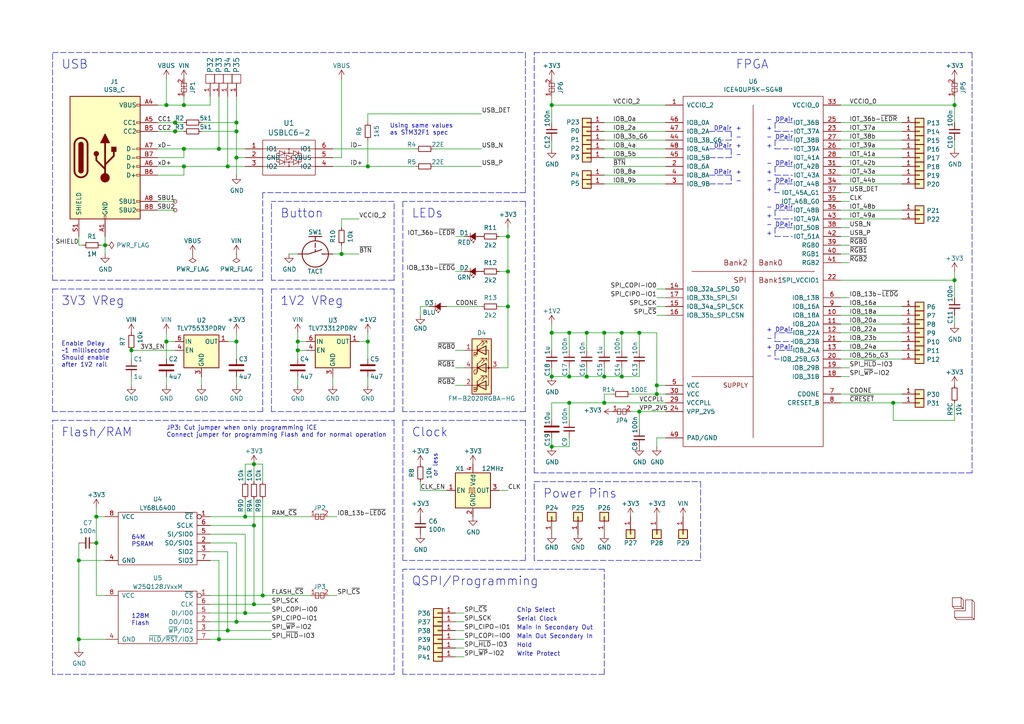
<source format=kicad_sch>
(kicad_sch (version 20231120) (generator "eeschema") (generator_version "8.0")
  (paper "A4")
  (title_block (title "iCEBreaker Bitsy") (date "2021-06-28") (rev "v1.1c") (company "1BitSquared") (comment 1 "© 2018-2021 1BitSquared <info@1bitsquared.com>") (comment 2 "© 2018-2020 Piotr Esden-Tempski <piotr@esden.net>") (comment 3 "© 2020-2021 Jordi Pakey-Rodriguez <jordi@1bitsquared.com>") (comment 4 "License: CC BY-SA 4.0"))
  (junction (at 165.1 116.84) (diameter 1.016))
  (junction (at 71.12 149.86) (diameter 1.016))
  (junction (at 68.58 99.06) (diameter 1.016))
  (junction (at 86.36 99.06) (diameter 1.016))
  (junction (at 48.26 99.06) (diameter 1.016))
  (junction (at 48.26 30.48) (diameter 1.016))
  (junction (at 165.1 109.22) (diameter 1.016))
  (junction (at 53.34 43.18) (diameter 1.016))
  (junction (at 68.58 35.56) (diameter 1.016))
  (junction (at 22.86 162.56) (diameter 1.016))
  (junction (at 63.5 185.42) (diameter 1.016))
  (junction (at 63.5 43.18) (diameter 1.016))
  (junction (at 185.42 119.38) (diameter 1.016))
  (junction (at 180.34 109.22) (diameter 1.016))
  (junction (at 185.42 96.52) (diameter 1.016))
  (junction (at 259.08 116.84) (diameter 1.016))
  (junction (at 160.02 30.48) (diameter 1.016))
  (junction (at 276.86 30.48) (diameter 1.016))
  (junction (at 27.94 149.86) (diameter 1.016))
  (junction (at 160.02 96.52) (diameter 1.016))
  (junction (at 170.18 96.52) (diameter 1.016))
  (junction (at 27.94 157.48) (diameter 1.016))
  (junction (at 175.26 109.22) (diameter 1.016))
  (junction (at 66.04 182.88) (diameter 1.016))
  (junction (at 190.5 114.3) (diameter 1.016))
  (junction (at 22.86 185.42) (diameter 1.016))
  (junction (at 71.12 177.8) (diameter 1.016))
  (junction (at 160.02 129.54) (diameter 1.016))
  (junction (at 73.66 134.62) (diameter 1.016))
  (junction (at 66.04 48.26) (diameter 1.016))
  (junction (at 86.36 101.6) (diameter 1.016))
  (junction (at 73.66 175.26) (diameter 1.016))
  (junction (at 38.1 101.6) (diameter 1.016))
  (junction (at 190.5 111.76) (diameter 1.016))
  (junction (at 53.34 48.26) (diameter 1.016))
  (junction (at 50.8 35.56) (diameter 1.016))
  (junction (at 175.26 116.84) (diameter 1.016))
  (junction (at 276.86 81.28) (diameter 1.016))
  (junction (at 180.34 96.52) (diameter 1.016))
  (junction (at 50.8 38.1) (diameter 1.016))
  (junction (at 175.26 96.52) (diameter 1.016))
  (junction (at 106.68 99.06) (diameter 1.016))
  (junction (at 76.2 172.72) (diameter 1.016))
  (junction (at 106.68 48.26) (diameter 1.016))
  (junction (at 147.32 68.58) (diameter 1.016))
  (junction (at 68.58 45.72) (diameter 1.016))
  (junction (at 30.48 71.12) (diameter 1.016))
  (junction (at 160.02 109.22) (diameter 1.016))
  (junction (at 73.66 152.4) (diameter 1.016))
  (junction (at 53.34 30.48) (diameter 1.016))
  (junction (at 170.18 109.22) (diameter 1.016))
  (junction (at 68.58 180.34) (diameter 1.016))
  (junction (at 99.06 73.66) (diameter 1.016))
  (junction (at 147.32 78.74) (diameter 1.016))
  (junction (at 147.32 88.9) (diameter 1.016))
  (junction (at 165.1 96.52) (diameter 1.016))
  (junction (at 68.58 38.1) (diameter 1.016))
  (wire (pts (xy 165.1 116.84) (xy 165.1 121.92)))
  (wire (pts (xy 22.86 162.56) (xy 22.86 185.42)))
  (wire (pts (xy 60.96 30.48) (xy 53.34 30.48)))
  (wire (pts (xy 60.96 185.42) (xy 63.5 185.42)))
  (wire (pts (xy 48.26 99.06) (xy 50.8 99.06)))
  (polyline (pts (xy 114.3 83.82) (xy 114.3 119.38)) (stroke (width 0) (type dash)))
  (wire (pts (xy 48.26 30.48) (xy 48.26 22.86)))
  (polyline (pts (xy 212.09 45.72) (xy 205.74 45.72)) (stroke (width 0) (type dash)))
  (polyline (pts (xy 78.74 119.38) (xy 78.74 83.82)) (stroke (width 0) (type dash)))
  (wire (pts (xy 243.84 93.98) (xy 261.62 93.98)))
  (polyline (pts (xy 15.24 15.24) (xy 152.4 15.24)) (stroke (width 0) (type dash)))
  (polyline (pts (xy 229.87 60.96) (xy 224.79 60.96)) (stroke (width 0) (type dash)))
  (wire (pts (xy 66.04 160.02) (xy 66.04 182.88)))
  (wire (pts (xy 38.1 101.6) (xy 38.1 104.14)))
  (wire (pts (xy 193.04 53.34) (xy 175.26 53.34)))
  (polyline (pts (xy 15.24 81.28) (xy 15.24 15.24)) (stroke (width 0) (type dash)))
  (wire (pts (xy 243.84 35.56) (xy 261.62 35.56)))
  (wire (pts (xy 63.5 43.18) (xy 71.12 43.18)))
  (wire (pts (xy 193.04 111.76) (xy 190.5 111.76)))
  (wire (pts (xy 193.04 88.9) (xy 190.5 88.9)))
  (wire (pts (xy 30.48 162.56) (xy 22.86 162.56)))
  (wire (pts (xy 96.52 43.18) (xy 120.65 43.18)))
  (wire (pts (xy 144.78 68.58) (xy 147.32 68.58)))
  (wire (pts (xy 160.02 96.52) (xy 160.02 101.6)))
  (wire (pts (xy 243.84 73.66) (xy 246.38 73.66)))
  (wire (pts (xy 121.92 142.24) (xy 121.92 139.7)))
  (wire (pts (xy 276.86 43.18) (xy 276.86 40.64)))
  (wire (pts (xy 106.68 99.06) (xy 106.68 96.52)))
  (wire (pts (xy 73.66 139.7) (xy 73.66 134.62)))
  (polyline (pts (xy 15.24 121.92) (xy 114.3 121.92)) (stroke (width 0) (type dash)))
  (wire (pts (xy 60.96 182.88) (xy 66.04 182.88)))
  (wire (pts (xy 30.48 149.86) (xy 27.94 149.86)))
  (wire (pts (xy 60.96 154.94) (xy 71.12 154.94)))
  (wire (pts (xy 160.02 129.54) (xy 165.1 129.54)))
  (wire (pts (xy 147.32 78.74) (xy 147.32 68.58)))
  (wire (pts (xy 76.2 134.62) (xy 76.2 139.7)))
  (wire (pts (xy 243.84 114.3) (xy 261.62 114.3)))
  (wire (pts (xy 170.18 96.52) (xy 170.18 101.6)))
  (polyline (pts (xy 224.79 66.04) (xy 224.79 68.58)) (stroke (width 0) (type dash)))
  (wire (pts (xy 63.5 185.42) (xy 78.74 185.42)))
  (wire (pts (xy 193.04 43.18) (xy 175.26 43.18)))
  (polyline (pts (xy 205.74 50.8) (xy 212.09 50.8)) (stroke (width 0) (type dash)))
  (wire (pts (xy 160.02 106.68) (xy 160.02 109.22)))
  (wire (pts (xy 276.86 27.94) (xy 276.86 30.48)))
  (wire (pts (xy 68.58 157.48) (xy 68.58 180.34)))
  (wire (pts (xy 22.86 157.48) (xy 22.86 162.56)))
  (wire (pts (xy 193.04 48.26) (xy 177.8 48.26)))
  (wire (pts (xy 132.08 101.6) (xy 134.62 101.6)))
  (wire (pts (xy 190.5 111.76) (xy 190.5 114.3)))
  (wire (pts (xy 125.73 48.26) (xy 139.7 48.26)))
  (polyline (pts (xy 152.4 121.92) (xy 152.4 162.56)) (stroke (width 0) (type dash)))
  (wire (pts (xy 190.5 96.52) (xy 190.5 111.76)))
  (wire (pts (xy 22.86 71.12) (xy 24.13 71.12)))
  (wire (pts (xy 185.42 96.52) (xy 180.34 96.52)))
  (wire (pts (xy 38.1 111.76) (xy 38.1 109.22)))
  (wire (pts (xy 86.36 99.06) (xy 88.9 99.06)))
  (wire (pts (xy 96.52 45.72) (xy 99.06 45.72)))
  (wire (pts (xy 73.66 134.62) (xy 71.12 134.62)))
  (wire (pts (xy 132.08 177.8) (xy 134.62 177.8)))
  (wire (pts (xy 71.12 154.94) (xy 71.12 177.8)))
  (wire (pts (xy 243.84 76.2) (xy 246.38 76.2)))
  (wire (pts (xy 160.02 121.92) (xy 160.02 116.84)))
  (wire (pts (xy 66.04 48.26) (xy 71.12 48.26)))
  (wire (pts (xy 99.06 45.72) (xy 99.06 22.86)))
  (wire (pts (xy 58.42 35.56) (xy 68.58 35.56)))
  (polyline (pts (xy 224.79 40.64) (xy 224.79 43.18)) (stroke (width 0) (type dash)))
  (wire (pts (xy 165.1 106.68) (xy 165.1 109.22)))
  (wire (pts (xy 259.08 121.92) (xy 276.86 121.92)))
  (wire (pts (xy 243.84 53.34) (xy 261.62 53.34)))
  (polyline (pts (xy 76.2 55.88) (xy 76.2 81.28)) (stroke (width 0) (type dash)))
  (wire (pts (xy 276.86 93.98) (xy 276.86 91.44)))
  (wire (pts (xy 68.58 111.76) (xy 68.58 109.22)))
  (polyline (pts (xy 224.79 35.56) (xy 224.79 38.1)) (stroke (width 0) (type dash)))
  (wire (pts (xy 60.96 162.56) (xy 63.5 162.56)))
  (wire (pts (xy 243.84 104.14) (xy 261.62 104.14)))
  (wire (pts (xy 276.86 81.28) (xy 276.86 86.36)))
  (wire (pts (xy 73.66 134.62) (xy 76.2 134.62)))
  (wire (pts (xy 243.84 68.58) (xy 246.38 68.58)))
  (wire (pts (xy 76.2 144.78) (xy 76.2 172.72)))
  (polyline (pts (xy 114.3 195.58) (xy 15.24 195.58)) (stroke (width 0) (type dash)))
  (wire (pts (xy 95.25 149.86) (xy 97.79 149.86)))
  (wire (pts (xy 60.96 157.48) (xy 68.58 157.48)))
  (wire (pts (xy 68.58 45.72) (xy 68.58 50.8)))
  (wire (pts (xy 48.26 99.06) (xy 48.26 96.52)))
  (wire (pts (xy 95.25 172.72) (xy 97.79 172.72)))
  (wire (pts (xy 86.36 99.06) (xy 86.36 96.52)))
  (wire (pts (xy 86.36 104.14) (xy 86.36 101.6)))
  (wire (pts (xy 124.46 88.9) (xy 121.92 88.9)))
  (wire (pts (xy 243.84 66.04) (xy 246.38 66.04)))
  (wire (pts (xy 193.04 86.36) (xy 190.5 86.36)))
  (wire (pts (xy 27.94 149.86) (xy 27.94 157.48)))
  (wire (pts (xy 182.88 119.38) (xy 185.42 119.38)))
  (polyline (pts (xy 229.87 101.6) (xy 224.79 101.6)) (stroke (width 0) (type dash)))
  (polyline (pts (xy 114.3 119.38) (xy 78.74 119.38)) (stroke (width 0) (type dash)))
  (wire (pts (xy 243.84 50.8) (xy 261.62 50.8)))
  (polyline (pts (xy 229.87 40.64) (xy 224.79 40.64)) (stroke (width 0) (type dash)))
  (wire (pts (xy 165.1 96.52) (xy 160.02 96.52)))
  (wire (pts (xy 190.5 127) (xy 190.5 129.54)))
  (polyline (pts (xy 212.09 38.1) (xy 212.09 40.64)) (stroke (width 0) (type dash)))
  (wire (pts (xy 106.68 111.76) (xy 106.68 109.22)))
  (polyline (pts (xy 154.94 15.24) (xy 281.94 15.24)) (stroke (width 0) (type dash)))
  (wire (pts (xy 193.04 127) (xy 190.5 127)))
  (wire (pts (xy 175.26 106.68) (xy 175.26 109.22)))
  (wire (pts (xy 243.84 48.26) (xy 261.62 48.26)))
  (wire (pts (xy 99.06 73.66) (xy 99.06 71.12)))
  (wire (pts (xy 66.04 27.94) (xy 66.04 48.26)))
  (polyline (pts (xy 152.4 119.38) (xy 116.84 119.38)) (stroke (width 0) (type dash)))
  (wire (pts (xy 60.96 27.94) (xy 60.96 30.48)))
  (polyline (pts (xy 175.26 195.58) (xy 116.84 195.58)) (stroke (width 0) (type dash)))
  (wire (pts (xy 160.02 30.48) (xy 160.02 35.56)))
  (wire (pts (xy 144.78 78.74) (xy 147.32 78.74)))
  (wire (pts (xy 165.1 96.52) (xy 165.1 101.6)))
  (wire (pts (xy 180.34 96.52) (xy 180.34 101.6)))
  (wire (pts (xy 22.86 185.42) (xy 22.86 187.96)))
  (wire (pts (xy 160.02 27.94) (xy 160.02 30.48)))
  (wire (pts (xy 45.72 35.56) (xy 50.8 35.56)))
  (wire (pts (xy 50.8 35.56) (xy 53.34 35.56)))
  (polyline (pts (xy 229.87 48.26) (xy 224.79 48.26)) (stroke (width 0) (type dash)))
  (wire (pts (xy 165.1 109.22) (xy 170.18 109.22)))
  (wire (pts (xy 243.84 40.64) (xy 261.62 40.64)))
  (wire (pts (xy 106.68 33.02) (xy 139.7 33.02)))
  (wire (pts (xy 243.84 101.6) (xy 261.62 101.6)))
  (wire (pts (xy 45.72 58.42) (xy 50.8 58.42)))
  (polyline (pts (xy 152.4 58.42) (xy 116.84 58.42)) (stroke (width 0) (type dash)))
  (wire (pts (xy 160.02 116.84) (xy 165.1 116.84)))
  (wire (pts (xy 129.54 88.9) (xy 139.7 88.9)))
  (wire (pts (xy 180.34 106.68) (xy 180.34 109.22)))
  (wire (pts (xy 276.86 121.92) (xy 276.86 116.84)))
  (wire (pts (xy 66.04 182.88) (xy 78.74 182.88)))
  (wire (pts (xy 259.08 116.84) (xy 261.62 116.84)))
  (wire (pts (xy 165.1 127) (xy 165.1 129.54)))
  (wire (pts (xy 86.36 109.22) (xy 86.36 111.76)))
  (wire (pts (xy 60.96 177.8) (xy 71.12 177.8)))
  (wire (pts (xy 243.84 55.88) (xy 246.38 55.88)))
  (wire (pts (xy 38.1 101.6) (xy 50.8 101.6)))
  (wire (pts (xy 193.04 91.44) (xy 190.5 91.44)))
  (wire (pts (xy 125.73 43.18) (xy 139.7 43.18)))
  (wire (pts (xy 175.26 116.84) (xy 165.1 116.84)))
  (polyline (pts (xy 203.2 139.7) (xy 203.2 162.56)) (stroke (width 0) (type dash)))
  (wire (pts (xy 160.02 30.48) (xy 193.04 30.48)))
  (polyline (pts (xy 224.79 104.14) (xy 226.06 104.14)) (stroke (width 0) (type dash)))
  (wire (pts (xy 243.84 96.52) (xy 261.62 96.52)))
  (wire (pts (xy 132.08 180.34) (xy 134.62 180.34)))
  (wire (pts (xy 193.04 35.56) (xy 175.26 35.56)))
  (wire (pts (xy 160.02 93.98) (xy 160.02 96.52)))
  (wire (pts (xy 147.32 88.9) (xy 147.32 78.74)))
  (polyline (pts (xy 15.24 119.38) (xy 15.24 83.82)) (stroke (width 0) (type dash)))
  (wire (pts (xy 175.26 109.22) (xy 170.18 109.22)))
  (polyline (pts (xy 229.87 96.52) (xy 224.79 96.52)) (stroke (width 0) (type dash)))
  (wire (pts (xy 175.26 114.3) (xy 175.26 116.84)))
  (wire (pts (xy 30.48 71.12) (xy 30.48 68.58)))
  (wire (pts (xy 30.48 71.12) (xy 30.48 73.66)))
  (wire (pts (xy 243.84 116.84) (xy 259.08 116.84)))
  (wire (pts (xy 243.84 58.42) (xy 246.38 58.42)))
  (wire (pts (xy 243.84 38.1) (xy 261.62 38.1)))
  (polyline (pts (xy 229.87 53.34) (xy 224.79 53.34)) (stroke (width 0) (type dash)))
  (polyline (pts (xy 175.26 165.1) (xy 116.84 165.1)) (stroke (width 0) (type dash)))
  (wire (pts (xy 53.34 50.8) (xy 53.34 48.26)))
  (wire (pts (xy 99.06 63.5) (xy 99.06 66.04)))
  (wire (pts (xy 243.84 109.22) (xy 246.38 109.22)))
  (wire (pts (xy 193.04 40.64) (xy 175.26 40.64)))
  (polyline (pts (xy 152.4 58.42) (xy 152.4 119.38)) (stroke (width 0) (type dash)))
  (polyline (pts (xy 76.2 83.82) (xy 76.2 119.38)) (stroke (width 0) (type dash)))
  (wire (pts (xy 68.58 38.1) (xy 68.58 45.72)))
  (wire (pts (xy 60.96 175.26) (xy 73.66 175.26)))
  (polyline (pts (xy 224.79 96.52) (xy 224.79 99.06)) (stroke (width 0) (type dash)))
  (wire (pts (xy 160.02 43.18) (xy 160.02 40.64)))
  (wire (pts (xy 71.12 134.62) (xy 71.12 139.7)))
  (polyline (pts (xy 154.94 137.16) (xy 154.94 15.24)) (stroke (width 0) (type dash)))
  (wire (pts (xy 106.68 35.56) (xy 106.68 33.02)))
  (polyline (pts (xy 281.94 15.24) (xy 281.94 137.16)) (stroke (width 0) (type dash)))
  (wire (pts (xy 276.86 81.28) (xy 276.86 78.74)))
  (wire (pts (xy 96.52 48.26) (xy 106.68 48.26)))
  (wire (pts (xy 160.02 127) (xy 160.02 129.54)))
  (wire (pts (xy 104.14 63.5) (xy 99.06 63.5)))
  (polyline (pts (xy 212.09 50.8) (xy 212.09 53.34)) (stroke (width 0) (type dash)))
  (wire (pts (xy 71.12 149.86) (xy 90.17 149.86)))
  (wire (pts (xy 86.36 101.6) (xy 86.36 99.06)))
  (wire (pts (xy 134.62 185.42) (xy 132.08 185.42)))
  (polyline (pts (xy 224.79 53.34) (xy 224.79 55.88)) (stroke (width 0) (type dash)))
  (polyline (pts (xy 15.24 83.82) (xy 76.2 83.82)) (stroke (width 0) (type dash)))
  (wire (pts (xy 45.72 43.18) (xy 53.34 43.18)))
  (wire (pts (xy 45.72 30.48) (xy 48.26 30.48)))
  (polyline (pts (xy 212.09 40.64) (xy 209.55 40.64)) (stroke (width 0) (type dash)))
  (wire (pts (xy 71.12 177.8) (xy 78.74 177.8)))
  (polyline (pts (xy 175.26 195.58) (xy 175.26 165.1)) (stroke (width 0) (type dash)))
  (wire (pts (xy 132.08 111.76) (xy 134.62 111.76)))
  (wire (pts (xy 45.72 45.72) (xy 53.34 45.72)))
  (wire (pts (xy 121.92 88.9) (xy 121.92 91.44)))
  (wire (pts (xy 132.08 187.96) (xy 134.62 187.96)))
  (wire (pts (xy 45.72 50.8) (xy 53.34 50.8)))
  (wire (pts (xy 185.42 124.46) (xy 185.42 119.38)))
  (polyline (pts (xy 78.74 81.28) (xy 78.74 58.42)) (stroke (width 0) (type dash)))
  (wire (pts (xy 27.94 149.86) (xy 27.94 147.32)))
  (wire (pts (xy 88.9 101.6) (xy 86.36 101.6)))
  (polyline (pts (xy 152.4 121.92) (xy 116.84 121.92)) (stroke (width 0) (type dash)))
  (polyline (pts (xy 114.3 121.92) (xy 114.3 195.58)) (stroke (width 0) (type dash)))
  (polyline (pts (xy 224.79 63.5) (xy 229.87 63.5)) (stroke (width 0) (type dash)))
  (wire (pts (xy 60.96 180.34) (xy 68.58 180.34)))
  (polyline (pts (xy 224.79 48.26) (xy 224.79 50.8)) (stroke (width 0) (type dash)))
  (wire (pts (xy 99.06 73.66) (xy 104.14 73.66)))
  (wire (pts (xy 53.34 27.94) (xy 53.34 30.48)))
  (wire (pts (xy 144.78 88.9) (xy 147.32 88.9)))
  (wire (pts (xy 58.42 109.22) (xy 58.42 111.76)))
  (polyline (pts (xy 224.79 55.88) (xy 226.06 55.88)) (stroke (width 0) (type dash)))
  (wire (pts (xy 134.62 78.74) (xy 132.08 78.74)))
  (wire (pts (xy 121.92 142.24) (xy 129.54 142.24)))
  (polyline (pts (xy 152.4 162.56) (xy 116.84 162.56)) (stroke (width 0) (type dash)))
  (wire (pts (xy 243.84 71.12) (xy 246.38 71.12)))
  (wire (pts (xy 180.34 96.52) (xy 175.26 96.52)))
  (wire (pts (xy 243.84 106.68) (xy 246.38 106.68)))
  (polyline (pts (xy 224.79 43.18) (xy 229.87 43.18)) (stroke (width 0) (type dash)))
  (wire (pts (xy 243.84 63.5) (xy 261.62 63.5)))
  (wire (pts (xy 58.42 38.1) (xy 68.58 38.1)))
  (wire (pts (xy 22.86 185.42) (xy 30.48 185.42)))
  (wire (pts (xy 53.34 45.72) (xy 53.34 43.18)))
  (wire (pts (xy 104.14 99.06) (xy 106.68 99.06)))
  (wire (pts (xy 27.94 157.48) (xy 27.94 172.72)))
  (wire (pts (xy 175.26 96.52) (xy 175.26 101.6)))
  (wire (pts (xy 22.86 68.58) (xy 22.86 71.12)))
  (polyline (pts (xy 116.84 58.42) (xy 116.84 119.38)) (stroke (width 0) (type dash)))
  (polyline (pts (xy 15.24 195.58) (xy 15.24 121.92)) (stroke (width 0) (type dash)))
  (polyline (pts (xy 76.2 81.28) (xy 15.24 81.28)) (stroke (width 0) (type dash)))
  (wire (pts (xy 160.02 109.22) (xy 165.1 109.22)))
  (polyline (pts (xy 152.4 15.24) (xy 152.4 55.88)) (stroke (width 0) (type dash)))
  (wire (pts (xy 193.04 50.8) (xy 175.26 50.8)))
  (polyline (pts (xy 212.09 53.34) (xy 205.74 53.34)) (stroke (width 0) (type dash)))
  (polyline (pts (xy 78.74 83.82) (xy 114.3 83.82)) (stroke (width 0) (type dash)))
  (polyline (pts (xy 224.79 60.96) (xy 224.79 63.5)) (stroke (width 0) (type dash)))
  (wire (pts (xy 243.84 86.36) (xy 246.38 86.36)))
  (polyline (pts (xy 224.79 68.58) (xy 229.87 68.58)) (stroke (width 0) (type dash)))
  (polyline (pts (xy 154.94 162.56) (xy 154.94 139.7)) (stroke (width 0) (type dash)))
  (wire (pts (xy 193.04 38.1) (xy 175.26 38.1)))
  (polyline (pts (xy 205.74 38.1) (xy 212.09 38.1)) (stroke (width 0) (type dash)))
  (wire (pts (xy 243.84 43.18) (xy 261.62 43.18)))
  (polyline (pts (xy 224.79 101.6) (xy 224.79 104.14)) (stroke (width 0) (type dash)))
  (wire (pts (xy 60.96 149.86) (xy 71.12 149.86)))
  (polyline (pts (xy 116.84 195.58) (xy 116.84 165.1)) (stroke (width 0) (type dash)))
  (wire (pts (xy 53.34 48.26) (xy 66.04 48.26)))
  (wire (pts (xy 134.62 68.58) (xy 132.08 68.58)))
  (polyline (pts (xy 154.94 139.7) (xy 203.2 139.7)) (stroke (width 0) (type dash)))
  (wire (pts (xy 180.34 109.22) (xy 175.26 109.22)))
  (polyline (pts (xy 114.3 81.28) (xy 114.3 58.42)) (stroke (width 0) (type dash)))
  (wire (pts (xy 193.04 83.82) (xy 190.5 83.82)))
  (wire (pts (xy 193.04 114.3) (xy 190.5 114.3)))
  (wire (pts (xy 243.84 45.72) (xy 261.62 45.72)))
  (polyline (pts (xy 76.2 119.38) (xy 15.24 119.38)) (stroke (width 0) (type dash)))
  (wire (pts (xy 243.84 81.28) (xy 276.86 81.28)))
  (wire (pts (xy 66.04 99.06) (xy 68.58 99.06)))
  (wire (pts (xy 53.34 43.18) (xy 63.5 43.18)))
  (wire (pts (xy 63.5 27.94) (xy 63.5 43.18)))
  (wire (pts (xy 68.58 99.06) (xy 68.58 96.52)))
  (wire (pts (xy 96.52 73.66) (xy 99.06 73.66)))
  (polyline (pts (xy 224.79 99.06) (xy 229.87 99.06)) (stroke (width 0) (type dash)))
  (wire (pts (xy 170.18 96.52) (xy 165.1 96.52)))
  (wire (pts (xy 71.12 149.86) (xy 71.12 144.78)))
  (wire (pts (xy 63.5 162.56) (xy 63.5 185.42)))
  (wire (pts (xy 86.36 73.66) (xy 83.82 73.66)))
  (wire (pts (xy 185.42 106.68) (xy 185.42 109.22)))
  (wire (pts (xy 190.5 114.3) (xy 182.88 114.3)))
  (wire (pts (xy 134.62 190.5) (xy 132.08 190.5)))
  (wire (pts (xy 243.84 91.44) (xy 261.62 91.44)))
  (polyline (pts (xy 229.87 35.56) (xy 224.79 35.56)) (stroke (width 0) (type dash)))
  (polyline (pts (xy 212.09 43.18) (xy 212.09 45.72)) (stroke (width 0) (type dash)))
  (polyline (pts (xy 116.84 121.92) (xy 116.84 162.56)) (stroke (width 0) (type dash)))
  (wire (pts (xy 73.66 175.26) (xy 78.74 175.26)))
  (wire (pts (xy 68.58 99.06) (xy 68.58 104.14)))
  (wire (pts (xy 45.72 60.96) (xy 50.8 60.96)))
  (wire (pts (xy 106.68 48.26) (xy 106.68 40.64)))
  (wire (pts (xy 48.26 109.22) (xy 48.26 111.76)))
  (wire (pts (xy 243.84 88.9) (xy 261.62 88.9)))
  (wire (pts (xy 147.32 106.68) (xy 147.32 88.9)))
  (wire (pts (xy 68.58 27.94) (xy 68.58 35.56)))
  (wire (pts (xy 73.66 152.4) (xy 60.96 152.4)))
  (polyline (pts (xy 281.94 137.16) (xy 154.94 137.16)) (stroke (width 0) (type dash)))
  (wire (pts (xy 106.68 48.26) (xy 120.65 48.26)))
  (wire (pts (xy 45.72 48.26) (xy 53.34 48.26)))
  (wire (pts (xy 185.42 96.52) (xy 185.42 101.6)))
  (wire (pts (xy 76.2 172.72) (xy 90.17 172.72)))
  (wire (pts (xy 185.42 109.22) (xy 180.34 109.22)))
  (wire (pts (xy 48.26 104.14) (xy 48.26 99.06)))
  (polyline (pts (xy 203.2 162.56) (xy 154.94 162.56)) (stroke (width 0) (type dash)))
  (wire (pts (xy 132.08 106.68) (xy 134.62 106.68)))
  (wire (pts (xy 259.08 116.84) (xy 259.08 121.92)))
  (wire (pts (xy 27.94 172.72) (xy 30.48 172.72)))
  (wire (pts (xy 185.42 119.38) (xy 193.04 119.38)))
  (wire (pts (xy 170.18 109.22) (xy 170.18 106.68)))
  (wire (pts (xy 144.78 106.68) (xy 147.32 106.68)))
  (wire (pts (xy 276.86 30.48) (xy 276.86 35.56)))
  (wire (pts (xy 73.66 152.4) (xy 73.66 175.26)))
  (wire (pts (xy 243.84 99.06) (xy 261.62 99.06)))
  (wire (pts (xy 134.62 182.88) (xy 132.08 182.88)))
  (wire (pts (xy 73.66 152.4) (xy 73.66 144.78)))
  (wire (pts (xy 177.8 114.3) (xy 175.26 114.3)))
  (polyline (pts (xy 224.79 50.8) (xy 229.87 50.8)) (stroke (width 0) (type dash)))
  (wire (pts (xy 190.5 96.52) (xy 185.42 96.52)))
  (polyline (pts (xy 114.3 58.42) (xy 78.74 58.42)) (stroke (width 0) (type dash)))
  (wire (pts (xy 71.12 45.72) (xy 68.58 45.72)))
  (wire (pts (xy 45.72 38.1) (xy 50.8 38.1)))
  (wire (pts (xy 50.8 38.1) (xy 53.34 38.1)))
  (wire (pts (xy 193.04 45.72) (xy 175.26 45.72)))
  (wire (pts (xy 96.52 109.22) (xy 96.52 111.76)))
  (wire (pts (xy 68.58 180.34) (xy 78.74 180.34)))
  (wire (pts (xy 60.96 160.02) (xy 66.04 160.02)))
  (polyline (pts (xy 224.79 38.1) (xy 229.87 38.1)) (stroke (width 0) (type dash)))
  (wire (pts (xy 193.04 116.84) (xy 175.26 116.84)))
  (wire (pts (xy 106.68 99.06) (xy 106.68 104.14)))
  (wire (pts (xy 144.78 142.24) (xy 147.32 142.24)))
  (wire (pts (xy 60.96 172.72) (xy 76.2 172.72)))
  (polyline (pts (xy 152.4 55.88) (xy 76.2 55.88)) (stroke (width 0) (type dash)))
  (polyline (pts (xy 114.3 81.28) (xy 78.74 81.28)) (stroke (width 0) (type dash)))
  (wire (pts (xy 48.26 30.48) (xy 53.34 30.48)))
  (wire (pts (xy 175.26 96.52) (xy 170.18 96.52)))
  (wire (pts (xy 68.58 35.56) (xy 68.58 38.1)))
  (wire (pts (xy 243.84 60.96) (xy 261.62 60.96)))
  (wire (pts (xy 243.84 30.48) (xy 276.86 30.48)))
  (wire (pts (xy 29.21 71.12) (xy 30.48 71.12)))
  (wire (pts (xy 147.32 68.58) (xy 147.32 66.04)))
  (polyline (pts (xy 229.87 66.04) (xy 224.79 66.04)) (stroke (width 0) (type dash)))
  (polyline (pts (xy 205.74 43.18) (xy 212.09 43.18)) (stroke (width 0) (type dash)))
  (text "-" (at 222.25 60.96 0) (effects (font (size 1.27 1.27)) (justify left bottom)))
  (text "+" (at 222.25 96.52 0) (effects (font (size 1.27 1.27)) (justify left bottom)))
  (text "DPair" (at 224.79 40.64 0) (effects (font (size 1.27 1.27)) (justify left bottom)))
  (text "-" (at 222.25 48.26 0) (effects (font (size 1.27 1.27)) (justify left bottom)))
  (text "1V2 VReg" (at 81.28 88.9 0) (effects (font (size 2.54 2.54)) (justify left bottom)))
  (text "+" (at 222.25 38.1 0) (effects (font (size 1.27 1.27)) (justify left bottom)))
  (text "DPair" (at 224.79 48.26 0) (effects (font (size 1.27 1.27)) (justify left bottom)))
  (text "Using same values\nas STM32F1 spec" (at 113.03 39.37 0) (effects (font (size 1.27 1.27)) (justify left bottom)))
  (text "DPair" (at 207.01 50.8 0) (effects (font (size 1.27 1.27)) (justify left bottom)))
  (text "-" (at 222.25 53.34 0) (effects (font (size 1.27 1.27)) (justify left bottom)))
  (text "Clock" (at 119.38 127 0) (effects (font (size 2.54 2.54)) (justify left bottom)))
  (text "+" (at 213.36 38.1 0) (effects (font (size 1.27 1.27)) (justify left bottom)))
  (text "DPair" (at 207.01 43.18 0) (effects (font (size 1.27 1.27)) (justify left bottom)))
  (text "+" (at 213.36 43.18 0) (effects (font (size 1.27 1.27)) (justify left bottom)))
  (text "Main Out Secondary In" (at 149.86 185.42 0) (effects (font (size 1.27 1.27)) (justify left bottom)))
  (text "Main In Secondary Out" (at 149.86 182.88 0) (effects (font (size 1.27 1.27)) (justify left bottom)))
  (text "QSPI/Programming" (at 119.38 170.18 0) (effects (font (size 2.54 2.54)) (justify left bottom)))
  (text "DPair" (at 224.79 66.04 0) (effects (font (size 1.27 1.27)) (justify left bottom)))
  (text "or less" (at 127 138.43 90) (effects (font (size 1.27 1.27)) (justify left bottom)))
  (text "Power Pins" (at 157.48 144.78 0) (effects (font (size 2.54 2.54)) (justify left bottom)))
  (text "+" (at 222.25 55.88 0) (effects (font (size 1.27 1.27)) (justify left bottom)))
  (text "+" (at 222.25 101.6 0) (effects (font (size 1.27 1.27)) (justify left bottom)))
  (text "-" (at 213.36 40.64 0) (effects (font (size 1.27 1.27)) (justify left bottom)))
  (text "Chip Select" (at 149.86 177.8 0) (effects (font (size 1.27 1.27)) (justify left bottom)))
  (text "-" (at 213.36 45.72 0) (effects (font (size 1.27 1.27)) (justify left bottom)))
  (text "Write Protect" (at 149.86 190.5 0) (effects (font (size 1.27 1.27)) (justify left bottom)))
  (text "JP3: Cut jumper when only programming iCE\nConnect jumper for programming Flash and for normal operation" (at 48.26 127 0) (effects (font (size 1.27 1.27)) (justify left bottom)))
  (text "USB" (at 17.78 20.32 0) (effects (font (size 2.54 2.54)) (justify left bottom)))
  (text "-" (at 222.25 104.14 0) (effects (font (size 1.27 1.27)) (justify left bottom)))
  (text "LEDs" (at 119.38 63.5 0) (effects (font (size 2.54 2.54)) (justify left bottom)))
  (text "-" (at 222.25 35.56 0) (effects (font (size 1.27 1.27)) (justify left bottom)))
  (text "-" (at 222.25 40.64 0) (effects (font (size 1.27 1.27)) (justify left bottom)))
  (text "Enable Delay\n~1 millisecond\nShould enable\nafter 1V2 rail" (at 17.78 106.68 0) (effects (font (size 1.27 1.27)) (justify left bottom)))
  (text "64M\nPSRAM" (at 38.1 158.75 0) (effects (font (size 1.27 1.27)) (justify left bottom)))
  (text "-" (at 213.36 53.34 0) (effects (font (size 1.27 1.27)) (justify left bottom)))
  (text "Hold" (at 149.86 187.96 0) (effects (font (size 1.27 1.27)) (justify left bottom)))
  (text "128M\nFlash" (at 38.1 181.61 0) (effects (font (size 1.27 1.27)) (justify left bottom)))
  (text "3V3 VReg" (at 17.78 88.9 0) (effects (font (size 2.54 2.54)) (justify left bottom)))
  (text "DPair" (at 224.79 96.52 0) (effects (font (size 1.27 1.27)) (justify left bottom)))
  (text "FPGA" (at 213.36 20.32 0) (effects (font (size 2.54 2.54)) (justify left bottom)))
  (text "Button" (at 81.28 63.5 0) (effects (font (size 2.54 2.54)) (justify left bottom)))
  (text "DPair" (at 224.79 53.34 0) (effects (font (size 1.27 1.27)) (justify left bottom)))
  (text "Flash/RAM" (at 17.78 127 0) (effects (font (size 2.54 2.54)) (justify left bottom)))
  (text "-" (at 222.25 99.06 0) (effects (font (size 1.27 1.27)) (justify left bottom)))
  (text "+" (at 222.25 68.58 0) (effects (font (size 1.27 1.27)) (justify left bottom)))
  (text "-" (at 222.25 66.04 0) (effects (font (size 1.27 1.27)) (justify left bottom)))
  (text "DPair" (at 207.01 38.1 0) (effects (font (size 1.27 1.27)) (justify left bottom)))
  (text "+" (at 222.25 50.8 0) (effects (font (size 1.27 1.27)) (justify left bottom)))
  (text "DPair" (at 224.79 60.96 0) (effects (font (size 1.27 1.27)) (justify left bottom)))
  (text "+" (at 222.25 63.5 0) (effects (font (size 1.27 1.27)) (justify left bottom)))
  (text "+" (at 213.36 50.8 0) (effects (font (size 1.27 1.27)) (justify left bottom)))
  (text "+" (at 222.25 43.18 0) (effects (font (size 1.27 1.27)) (justify left bottom)))
  (text "DPair" (at 224.79 101.6 0) (effects (font (size 1.27 1.27)) (justify left bottom)))
  (text "Serial Clock" (at 149.86 180.34 0) (effects (font (size 1.27 1.27)) (justify left bottom)))
  (text "DPair" (at 224.79 35.56 0) (effects (font (size 1.27 1.27)) (justify left bottom)))
  (label "SPI_~{HLD}-IO3" (at 246.38 106.68 0))
  (label "~{RGB2}" (at 246.38 76.2 0))
  (label "SPI_~{WP}-IO2" (at 78.74 182.88 0))
  (label "VCCIO_2" (at 177.8 30.48 0))
  (label "~{RGB1}" (at 246.38 73.66 0))
  (label "CLK" (at 147.32 142.24 0))
  (label "SPI_SCK" (at 190.5 88.9 180))
  (label "IOT_48b" (at 246.38 60.96 0))
  (label "IOB_8a" (at 177.8 50.8 0))
  (label "IOT_42b" (at 246.38 48.26 0))
  (label "IOT_41a" (at 246.38 45.72 0))
  (label "IOB_23b" (at 246.38 99.06 0))
  (label "~{CRESET}" (at 246.38 116.84 0))
  (label "SPI_COPI-IO0" (at 78.74 177.8 0))
  (label "IOB_24a" (at 246.38 101.6 0))
  (label "SPI_COPI-IO0" (at 190.5 83.82 180))
  (label "RAM_~{CS}" (at 78.74 149.86 0))
  (label "USB_DET" (at 246.38 55.88 0))
  (label "~{BTN}" (at 104.14 73.66 0))
  (label "3V3_EN" (at 40.64 101.6 0))
  (label "IOT_37a" (at 246.38 38.1 0))
  (label "USB_P" (at 139.7 48.26 0))
  (label "CLK" (at 246.38 58.42 0))
  (label "VCCPLL" (at 185.42 116.84 0))
  (label "IOB_9b" (at 177.8 53.34 0))
  (label "IOB_13b-~{LEDG}" (at 132.08 78.74 180))
  (label "IOT_43a" (at 246.38 50.8 0))
  (label "VPP_2V5" (at 185.42 119.38 0))
  (label "SPI_CIPO-IO1" (at 134.62 182.88 0))
  (label "~{RGB2}" (at 132.08 111.76 180))
  (label "SPI_CIPO-IO1" (at 190.5 86.36 180))
  (label "iD-" (at 101.6 43.18 0))
  (label "SPI_~{WP}-IO2" (at 246.38 109.22 0))
  (label "USB_DET" (at 139.7 33.02 0))
  (label "SBU2" (at 50.8 60.96 180))
  (label "xD-" (at 45.72 43.18 0))
  (label "SPI_SCK" (at 134.62 180.34 0))
  (label "CDONE" (at 246.38 114.3 0))
  (label "IOB_20a" (at 246.38 93.98 0))
  (label "CLK_EN" (at 121.92 142.24 0))
  (label "USB_P" (at 246.38 68.58 0))
  (label "IOB_5b" (at 177.8 45.72 0))
  (label "SPI_~{CS}" (at 190.5 91.44 180))
  (label "SPI_SCK" (at 78.74 175.26 0))
  (label "IOB_18a" (at 246.38 91.44 0))
  (label "~{BTN}" (at 177.8 48.26 0))
  (label "~{RGB1}" (at 132.08 106.68 180))
  (label "CC2" (at 45.72 38.1 0))
  (label "iD+" (at 101.6 48.26 0))
  (label "IOB_2a" (at 177.8 38.1 0))
  (label "CC1" (at 45.72 35.56 0))
  (label "IOT_36b-~{LEDR}" (at 246.38 35.56 0))
  (label "IOB_13b-~{LEDG}" (at 97.79 149.86 0))
  (label "IOT_36b-~{LEDR}" (at 132.08 68.58 180))
  (label "SBU1" (at 50.8 58.42 180))
  (label "FLASH_~{CS}" (at 78.74 172.72 0))
  (label "VCCIO_0" (at 246.38 30.48 0))
  (label "xD+" (at 45.72 48.26 0))
  (label "SHIELD" (at 22.86 71.12 180))
  (label "IOT_38b" (at 246.38 40.64 0))
  (label "SPI_~{HLD}-IO3" (at 134.62 187.96 0))
  (label "SPI_CIPO-IO1" (at 78.74 180.34 0))
  (label "USB_N" (at 246.38 66.04 0))
  (label "IOB_16a" (at 246.38 88.9 0))
  (label "SPI_~{WP}-IO2" (at 134.62 190.5 0))
  (label "SPI_~{CS}" (at 134.62 177.8 0))
  (label "IOB_4a" (at 177.8 43.18 0))
  (label "CDONE" (at 132.08 88.9 0))
  (label "IOB_25b_G3" (at 246.38 104.14 0))
  (label "SPI_~{CS}" (at 97.79 172.72 0))
  (label "IOB_0a" (at 177.8 35.56 0))
  (label "IOT_49a" (at 246.38 63.5 0))
  (label "SPI_~{HLD}-IO3" (at 78.74 185.42 0))
  (label "IOT_44b" (at 246.38 53.34 0))
  (label "~{RGB0}" (at 132.08 101.6 180))
  (label "VCCIO_2" (at 104.14 63.5 0))
  (label "IOB_3b_G6" (at 177.8 40.64 0))
  (label "~{RGB0}" (at 246.38 71.12 0))
  (label "IOB_22a" (at 246.38 96.52 0))
  (label "IOT_39a" (at 246.38 43.18 0))
  (label "IOB_13b-~{LEDG}" (at 246.38 86.36 0))
  (label "USB_N" (at 139.7 43.18 0))
  (label "SPI_COPI-IO0" (at 134.62 185.42 0))
  (symbol (lib_id "pkl_lattice:ICE40UP5K-SG48") (at 218.44 78.74 0) (unit 1)
    (property "Reference" "U6" (at 218.44 23.622 0))
    (property "Value" "ICE40UP5K-SG48" (at 218.44 25.9842 0))
    (property "Footprint" "pkl_housings_dfn_qfn:QFN-48-1EP_7x7mm_Pitch0.5mm" (effects (hide yes)))
    (property "Source" "ANY" (effects (hide yes)))
    (property "Key" "ic-ice40up5k-sg48" (effects (hide yes)))
  )
  (symbol (lib_id "power:GND") (at 190.5 129.54 0) (unit 1)
    (property "Reference" "#PWR01" (effects (hide yes)))
    (property "Value" "GND" (at 190.627 134.0104 0))
  )
  (symbol (lib_id "pkl_device:pkl_R_Small") (at 121.92 137.16 0) (unit 1)
    (property "Reference" "R8" (at 119.38 137.16 90))
    (property "Value" "10k" (at 124.46 137.16 90))
    (property "Footprint" "pkl_dipol:R_0402" (effects (hide yes)))
    (property "Source" "ANY" (effects (hide yes)))
    (property "Key" "res-0402-10k" (effects (hide yes)))
  )
  (symbol (lib_id "power:+3V3") (at 137.16 134.62 0) (unit 1)
    (property "Reference" "#PWR02" (effects (hide yes)))
    (property "Value" "+3V3" (at 137.16 130.81 0))
  )
  (symbol (lib_id "power:+3V3") (at 121.92 134.62 0) (unit 1)
    (property "Reference" "#PWR03" (effects (hide yes)))
    (property "Value" "+3V3" (at 121.92 130.81 0))
  )
  (symbol (lib_id "power:GND") (at 137.16 149.86 0) (unit 1)
    (property "Reference" "#PWR05" (effects (hide yes)))
    (property "Value" "GND" (at 137.287 154.3304 0))
  )
  (symbol (lib_id "pkl_device:pkl_C_Small") (at 121.92 152.4 0) (unit 1)
    (property "Reference" "C6" (at 124.2568 151.2062 0) (effects (justify left)))
    (property "Value" "100n" (at 124.2568 153.5684 0) (effects (justify left)))
    (property "Footprint" "pkl_dipol:C_0402" (effects (hide yes)))
    (property "Source" "ANY" (effects (hide yes)))
    (property "Key" "cap-cer-0402-100n" (effects (hide yes)))
  )
  (symbol (lib_id "pkl_device:pkl_R_Small") (at 26.67 71.12 270) (unit 1)
    (property "Reference" "R1" (at 26.67 68.58 90))
    (property "Value" "1M" (at 26.67 73.66 90))
    (property "Footprint" "pkl_dipol:R_0402" (effects (hide yes)))
    (property "Source" "ANY" (effects (hide yes)))
    (property "Key" "res-0402-1m" (effects (hide yes)))
  )
  (symbol (lib_id "power:GND") (at 30.48 73.66 0) (unit 1)
    (property "Reference" "#PWR06" (effects (hide yes)))
    (property "Value" "GND" (at 30.607 78.1304 0))
  )
  (symbol (lib_id "pkl_device:pkl_C_Small") (at 185.42 104.14 0) (mirror y) (unit 1)
    (property "Reference" "C13" (at 184.15 109.22 90) (effects (justify left)))
    (property "Value" "10n" (at 184.15 102.87 90) (effects (justify left)))
    (property "Footprint" "pkl_dipol:C_0402" (effects (hide yes)))
    (property "Source" "ANY" (effects (hide yes)))
    (property "Key" "cap-cer-0402-10n" (effects (hide yes)))
  )
  (symbol (lib_id "pkl_device:pkl_C_Small") (at 180.34 104.14 0) (mirror y) (unit 1)
    (property "Reference" "C14" (at 179.07 109.22 90) (effects (justify left)))
    (property "Value" "100n" (at 179.07 102.87 90) (effects (justify left)))
    (property "Footprint" "pkl_dipol:C_0402" (effects (hide yes)))
    (property "Source" "ANY" (effects (hide yes)))
    (property "Key" "cap-cer-0402-100n" (effects (hide yes)))
  )
  (symbol (lib_id "pkl_device:pkl_C_Small") (at 175.26 104.14 0) (mirror y) (unit 1)
    (property "Reference" "C15" (at 173.99 109.22 90) (effects (justify left)))
    (property "Value" "1u" (at 173.99 102.87 90) (effects (justify left)))
    (property "Footprint" "pkl_dipol:C_0402" (effects (hide yes)))
    (property "Source" "ANY" (effects (hide yes)))
    (property "Key" "cap-cer-0402-1u" (effects (hide yes)))
  )
  (symbol (lib_id "pkl_device:pkl_C") (at 48.26 106.68 0) (unit 1)
    (property "Reference" "C2" (at 48.895 104.14 0) (effects (justify left)))
    (property "Value" "4u7" (at 48.895 109.22 0) (effects (justify left)))
    (property "Footprint" "pkl_dipol:C_0603" (effects (hide yes)))
    (property "Source" "ANY" (effects (hide yes)))
    (property "Key" "cap-cer-0603-4u7" (effects (hide yes)))
  )
  (symbol (lib_id "power:GND") (at 48.26 111.76 0) (unit 1)
    (property "Reference" "#PWR081" (effects (hide yes)))
    (property "Value" "GND" (at 48.26 115.57 0))
  )
  (symbol (lib_id "pkl_device:pkl_C") (at 68.58 106.68 0) (unit 1)
    (property "Reference" "C3" (at 69.215 104.14 0) (effects (justify left)))
    (property "Value" "4u7" (at 69.215 109.22 0) (effects (justify left)))
    (property "Footprint" "pkl_dipol:C_0603" (effects (hide yes)))
    (property "Source" "ANY" (effects (hide yes)))
    (property "Key" "cap-cer-0603-4u7" (effects (hide yes)))
  )
  (symbol (lib_id "power:GND") (at 58.42 111.76 0) (unit 1)
    (property "Reference" "#PWR082" (effects (hide yes)))
    (property "Value" "GND" (at 58.42 115.57 0))
  )
  (symbol (lib_id "power:+3V3") (at 68.58 96.52 0) (unit 1)
    (property "Reference" "#PWR084" (effects (hide yes)))
    (property "Value" "+3V3" (at 68.58 92.71 0))
  )
  (symbol (lib_id "pkl_device:pkl_C") (at 86.36 106.68 0) (unit 1)
    (property "Reference" "C4" (at 86.995 104.14 0) (effects (justify left)))
    (property "Value" "4u7" (at 86.995 109.22 0) (effects (justify left)))
    (property "Footprint" "pkl_dipol:C_0603" (effects (hide yes)))
    (property "Source" "ANY" (effects (hide yes)))
    (property "Key" "cap-cer-0603-4u7" (effects (hide yes)))
  )
  (symbol (lib_id "power:GND") (at 86.36 111.76 0) (unit 1)
    (property "Reference" "#PWR085" (effects (hide yes)))
    (property "Value" "GND" (at 86.36 115.57 0))
  )
  (symbol (lib_id "pkl_device:pkl_C") (at 106.68 106.68 0) (unit 1)
    (property "Reference" "C5" (at 107.315 104.14 0) (effects (justify left)))
    (property "Value" "4u7" (at 107.315 109.22 0) (effects (justify left)))
    (property "Footprint" "pkl_dipol:C_0603" (effects (hide yes)))
    (property "Source" "ANY" (effects (hide yes)))
    (property "Key" "cap-cer-0603-4u7" (effects (hide yes)))
  )
  (symbol (lib_id "power:GND") (at 96.52 111.76 0) (unit 1)
    (property "Reference" "#PWR086" (effects (hide yes)))
    (property "Value" "GND" (at 96.52 115.57 0))
  )
  (symbol (lib_id "power:+1V2") (at 106.68 96.52 0) (unit 1)
    (property "Reference" "#PWR088" (effects (hide yes)))
    (property "Value" "+1V2" (at 106.68 92.71 0))
  )
  (symbol (lib_id "pkl_device:pkl_R_Small") (at 180.34 114.3 90) (unit 1)
    (property "Reference" "R14" (at 176.53 113.03 90))
    (property "Value" "100E" (at 185.42 113.03 90))
    (property "Footprint" "pkl_dipol:R_0402" (effects (hide yes)))
    (property "Source" "ANY" (effects (hide yes)))
    (property "Key" "res-0402-100" (effects (hide yes)))
  )
  (symbol (lib_id "pkl_device:pkl_C_Small") (at 165.1 124.46 0) (mirror y) (unit 1)
    (property "Reference" "C9" (at 163.83 129.54 90) (effects (justify left)))
    (property "Value" "100n" (at 163.83 123.19 90) (effects (justify left)))
    (property "Footprint" "pkl_dipol:C_0402" (effects (hide yes)))
    (property "Source" "ANY" (effects (hide yes)))
    (property "Key" "cap-cer-0402-100n" (effects (hide yes)))
  )
  (symbol (lib_id "pkl_device:pkl_C") (at 160.02 124.46 0) (mirror y) (unit 1)
    (property "Reference" "C19" (at 158.75 129.54 90) (effects (justify left)))
    (property "Value" "10u" (at 158.75 123.19 90) (effects (justify left)))
    (property "Footprint" "pkl_dipol:C_0603" (effects (hide yes)))
    (property "Source" "ANY" (effects (hide yes)))
    (property "Key" "cap-cer-0603-10u" (effects (hide yes)))
  )
  (symbol (lib_id "power:GND") (at 160.02 129.54 0) (unit 1)
    (property "Reference" "#PWR036" (effects (hide yes)))
    (property "Value" "GND" (at 160.147 134.0104 0))
  )
  (symbol (lib_id "pkl_device:pkl_C_Small") (at 170.18 104.14 0) (mirror y) (unit 1)
    (property "Reference" "C16" (at 168.91 109.22 90) (effects (justify left)))
    (property "Value" "10n" (at 168.91 102.87 90) (effects (justify left)))
    (property "Footprint" "pkl_dipol:C_0402" (effects (hide yes)))
    (property "Source" "ANY" (effects (hide yes)))
    (property "Key" "cap-cer-0402-10n" (effects (hide yes)))
  )
  (symbol (lib_id "pkl_device:pkl_C_Small") (at 165.1 104.14 0) (mirror y) (unit 1)
    (property "Reference" "C17" (at 163.83 109.22 90) (effects (justify left)))
    (property "Value" "100n" (at 163.83 102.87 90) (effects (justify left)))
    (property "Footprint" "pkl_dipol:C_0402" (effects (hide yes)))
    (property "Source" "ANY" (effects (hide yes)))
    (property "Key" "cap-cer-0402-100n" (effects (hide yes)))
  )
  (symbol (lib_id "pkl_device:pkl_C_Small") (at 160.02 104.14 0) (mirror y) (unit 1)
    (property "Reference" "C18" (at 158.75 109.22 90) (effects (justify left)))
    (property "Value" "1u" (at 158.75 102.87 90) (effects (justify left)))
    (property "Footprint" "pkl_dipol:C_0402" (effects (hide yes)))
    (property "Source" "ANY" (effects (hide yes)))
    (property "Key" "cap-cer-0402-1u" (effects (hide yes)))
  )
  (symbol (lib_id "power:GND") (at 160.02 109.22 0) (unit 1)
    (property "Reference" "#PWR038" (effects (hide yes)))
    (property "Value" "GND" (at 160.147 113.6904 0))
  )
  (symbol (lib_id "power:+1V2") (at 160.02 93.98 0) (unit 1)
    (property "Reference" "#PWR039" (effects (hide yes)))
    (property "Value" "+1V2" (at 160.02 90.17 0))
  )
  (symbol (lib_id "pkl_device:pkl_R_Small") (at 38.1 99.06 0) (unit 1)
    (property "Reference" "R7" (at 35.56 99.06 90))
    (property "Value" "10k" (at 40.64 97.79 90))
    (property "Footprint" "pkl_dipol:R_0402" (effects (hide yes)))
    (property "Source" "ANY" (effects (hide yes)))
    (property "Key" "res-0402-10k" (effects (hide yes)))
  )
  (symbol (lib_id "pkl_device:pkl_C_Small") (at 38.1 106.68 0) (mirror y) (unit 1)
    (property "Reference" "C1" (at 38.735 104.14 0) (effects (justify right)))
    (property "Value" "1u" (at 38.735 109.22 0) (effects (justify right)))
    (property "Footprint" "pkl_dipol:C_0402" (effects (hide yes)))
    (property "Source" "ANY" (effects (hide yes)))
    (property "Key" "cap-cer-0402-1u" (effects (hide yes)))
  )
  (symbol (lib_id "pkl_memory:W25Q") (at 45.72 177.8 0) (mirror y) (unit 1)
    (property "Reference" "U5" (at 45.72 167.64 0))
    (property "Value" "W25Q128JVxxM" (at 45.72 170.18 0))
    (property "Footprint" "Package_SON:WSON-8-1EP_6x5mm_P1.27mm_EP3.4x4.3mm" (effects (hide yes)))
    (property "Source" "ANY" (effects (hide yes)))
    (property "Key" "eeprom-wson8-w25q128" (effects (hide yes)))
  )
  (symbol (lib_id "power:+3V3") (at 27.94 147.32 0) (unit 1)
    (property "Reference" "#PWR040" (effects (hide yes)))
    (property "Value" "+3V3" (at 27.94 143.51 0))
  )
  (symbol (lib_id "power:GND") (at 22.86 187.96 0) (unit 1)
    (property "Reference" "#PWR041" (effects (hide yes)))
    (property "Value" "GND" (at 22.987 192.4304 0))
  )
  (symbol (lib_id "pkl_misc:pkl_jumper_nc") (at 92.71 172.72 0) (unit 1)
    (property "Reference" "JP3" (at 92.71 170.18 0))
    (property "Value" "Flash_CS-SPI_CS" (effects (hide yes)))
    (property "Footprint" "pkl_jumpers:J_NC_0402_15" (effects (hide yes)))
    (property "Source" "ANY" (effects (hide yes)))
  )
  (symbol (lib_id "pkl_device:pkl_R_Small") (at 106.68 38.1 0) (unit 1)
    (property "Reference" "R6" (at 104.14 38.1 90))
    (property "Value" "1k5" (at 109.22 38.1 90))
    (property "Footprint" "pkl_dipol:R_0402" (effects (hide yes)))
    (property "Key" "res-0402-1k5" (effects (hide yes)))
    (property "Source" "ANY" (effects (hide yes)))
  )
  (symbol (lib_id "pkl_device:pkl_R4_Small") (at 73.66 142.24 0) (unit 1)
    (property "Reference" "R9" (at 72.39 148.59 90) (effects (justify left)))
    (property "Value" "10k" (at 72.39 139.7 90) (effects (justify left)))
    (property "Footprint" "pkl_dipol:R_Array_Convex_4x0402" (effects (hide yes)))
    (property "Source" "ANY" (effects (hide yes)))
    (property "Key" "res-0402cv-array-4-10k" (effects (hide yes)))
  )
  (symbol (lib_id "pkl_device:pkl_R4_Small") (at 76.2 142.24 0) (unit 2)
    (property "Reference" "R9" (at 74.93 148.59 90) (effects (justify left)))
    (property "Value" "10k" (at 74.93 139.7 90) (effects (justify left)))
    (property "Footprint" "pkl_dipol:R_Array_Convex_4x0402" (effects (hide yes)))
    (property "Source" "ANY" (effects (hide yes)))
    (property "Key" "res-0402cv-array-4-10k" (effects (hide yes)))
  )
  (symbol (lib_id "pkl_device:pkl_R4_Small") (at 276.86 114.3 180) (unit 3)
    (property "Reference" "R9" (at 275.59 120.65 90) (effects (justify right)))
    (property "Value" "10k" (at 278.13 120.65 90) (effects (justify right)))
    (property "Footprint" "pkl_dipol:R_Array_Convex_4x0402" (effects (hide yes)))
    (property "Source" "ANY" (effects (hide yes)))
    (property "Key" "res-0402cv-array-4-10k" (effects (hide yes)))
  )
  (symbol (lib_id "pkl_device:pkl_R4_Small") (at 71.12 142.24 180) (unit 4)
    (property "Reference" "R9" (at 69.85 148.59 90) (effects (justify right)))
    (property "Value" "10k" (at 69.85 139.7 90) (effects (justify right)))
    (property "Footprint" "pkl_dipol:R_Array_Convex_4x0402" (effects (hide yes)))
    (property "Source" "ANY" (effects (hide yes)))
    (property "Key" "res-0402cv-array-4-10k" (effects (hide yes)))
  )
  (symbol (lib_id "pkl_device:pkl_R_Small") (at 123.19 43.18 270) (unit 1)
    (property "Reference" "R4" (at 119.38 41.91 90))
    (property "Value" "22E" (at 127 41.91 90))
    (property "Footprint" "pkl_dipol:R_0402" (effects (hide yes)))
    (property "Key" "res-0402-22" (effects (hide yes)))
    (property "Source" "ANY" (effects (hide yes)))
  )
  (symbol (lib_id "pkl_device:pkl_R_Small") (at 123.19 48.26 270) (unit 1)
    (property "Reference" "R5" (at 119.38 46.99 90))
    (property "Value" "22E" (at 127 46.99 90))
    (property "Footprint" "pkl_dipol:R_0402" (effects (hide yes)))
    (property "Key" "res-0402-22" (effects (hide yes)))
    (property "Source" "ANY" (effects (hide yes)))
  )
  (symbol (lib_id "Connector_Generic:Conn_01x01") (at 266.7 114.3 0) (unit 1)
    (property "Reference" "P30" (at 268.732 114.427 0) (effects (justify left)))
    (property "Value" "CDONE" (effects (hide yes)))
    (property "Footprint" "pkl_pin_headers:Pin_Header_Straight_Round_1x01_Castellated" (effects (hide yes)))
    (property "Source" "ANY" (effects (hide yes)))
  )
  (symbol (lib_id "Connector_Generic:Conn_01x01") (at 266.7 116.84 0) (unit 1)
    (property "Reference" "P31" (at 268.732 116.967 0) (effects (justify left)))
    (property "Value" "CRESET" (effects (hide yes)))
    (property "Footprint" "pkl_pin_headers:Pin_Header_Straight_Round_1x01_Castellated" (effects (hide yes)))
    (property "Source" "ANY" (effects (hide yes)))
  )
  (symbol (lib_id "Connector_Generic:Conn_01x01") (at 170.18 38.1 180) (unit 1)
    (property "Reference" "P0" (at 168.148 37.973 0) (effects (justify left)))
    (property "Value" "0" (effects (hide yes)))
    (property "Footprint" "pkl_pin_headers:Pin_Header_Straight_Round_1x01_Castellated" (effects (hide yes)))
    (property "Source" "ANY" (effects (hide yes)))
  )
  (symbol (lib_id "Connector_Generic:Conn_01x01") (at 170.18 43.18 180) (unit 1)
    (property "Reference" "P2" (at 168.148 43.053 0) (effects (justify left)))
    (property "Value" "2" (effects (hide yes)))
    (property "Footprint" "pkl_pin_headers:Pin_Header_Straight_Round_1x01_Castellated" (effects (hide yes)))
    (property "Source" "ANY" (effects (hide yes)))
  )
  (symbol (lib_id "Connector_Generic:Conn_01x01") (at 170.18 40.64 180) (unit 1)
    (property "Reference" "P1" (at 168.148 40.513 0) (effects (justify left)))
    (property "Value" "1" (effects (hide yes)))
    (property "Footprint" "pkl_pin_headers:Pin_Header_Straight_Round_1x01_Castellated" (effects (hide yes)))
    (property "Source" "ANY" (effects (hide yes)))
  )
  (symbol (lib_id "Connector_Generic:Conn_01x01") (at 170.18 50.8 180) (unit 1)
    (property "Reference" "P4" (at 168.148 50.673 0) (effects (justify left)))
    (property "Value" "4" (effects (hide yes)))
    (property "Footprint" "pkl_pin_headers:Pin_Header_Straight_Round_1x01_Castellated" (effects (hide yes)))
    (property "Source" "ANY" (effects (hide yes)))
  )
  (symbol (lib_id "Connector_Generic:Conn_01x01") (at 170.18 45.72 180) (unit 1)
    (property "Reference" "P3" (at 168.148 45.593 0) (effects (justify left)))
    (property "Value" "3" (effects (hide yes)))
    (property "Footprint" "pkl_pin_headers:Pin_Header_Straight_Round_1x01_Castellated" (effects (hide yes)))
    (property "Source" "ANY" (effects (hide yes)))
  )
  (symbol (lib_id "Connector_Generic:Conn_01x01") (at 170.18 53.34 180) (unit 1)
    (property "Reference" "P5" (at 168.148 53.213 0) (effects (justify left)))
    (property "Value" "5" (effects (hide yes)))
    (property "Footprint" "pkl_pin_headers:Pin_Header_Straight_Round_1x01_Castellated" (effects (hide yes)))
    (property "Source" "ANY" (effects (hide yes)))
  )
  (symbol (lib_id "Connector_Generic:Conn_01x01") (at 266.7 91.44 0) (unit 1)
    (property "Reference" "P7" (at 268.732 91.567 0) (effects (justify left)))
    (property "Value" "7" (effects (hide yes)))
    (property "Footprint" "pkl_pin_headers:Pin_Header_Straight_Round_1x01_Castellated" (effects (hide yes)))
    (property "Source" "ANY" (effects (hide yes)))
  )
  (symbol (lib_id "Connector_Generic:Conn_01x01") (at 266.7 88.9 0) (unit 1)
    (property "Reference" "P6" (at 268.732 89.027 0) (effects (justify left)))
    (property "Value" "6" (effects (hide yes)))
    (property "Footprint" "pkl_pin_headers:Pin_Header_Straight_Round_1x01_Castellated" (effects (hide yes)))
    (property "Source" "ANY" (effects (hide yes)))
  )
  (symbol (lib_id "Connector_Generic:Conn_01x01") (at 266.7 43.18 0) (unit 1)
    (property "Reference" "P16" (at 268.732 43.307 0) (effects (justify left)))
    (property "Value" "16" (effects (hide yes)))
    (property "Footprint" "pkl_pin_headers:Pin_Header_Straight_Round_1x01_Castellated" (effects (hide yes)))
    (property "Source" "ANY" (effects (hide yes)))
  )
  (symbol (lib_id "Connector_Generic:Conn_01x01") (at 266.7 40.64 0) (unit 1)
    (property "Reference" "P15" (at 268.732 40.767 0) (effects (justify left)))
    (property "Value" "15" (effects (hide yes)))
    (property "Footprint" "pkl_pin_headers:Pin_Header_Straight_Round_1x01_Castellated" (effects (hide yes)))
    (property "Source" "ANY" (effects (hide yes)))
  )
  (symbol (lib_id "Connector_Generic:Conn_01x01") (at 266.7 48.26 0) (unit 1)
    (property "Reference" "P18" (at 268.732 48.387 0) (effects (justify left)))
    (property "Value" "18" (effects (hide yes)))
    (property "Footprint" "pkl_pin_headers:Pin_Header_Straight_Round_1x01_Castellated" (effects (hide yes)))
    (property "Source" "ANY" (effects (hide yes)))
  )
  (symbol (lib_id "Connector_Generic:Conn_01x01") (at 266.7 45.72 0) (unit 1)
    (property "Reference" "P17" (at 268.732 45.847 0) (effects (justify left)))
    (property "Value" "17" (effects (hide yes)))
    (property "Footprint" "pkl_pin_headers:Pin_Header_Straight_Round_1x01_Castellated" (effects (hide yes)))
    (property "Source" "ANY" (effects (hide yes)))
  )
  (symbol (lib_id "Connector_Generic:Conn_01x01") (at 266.7 50.8 0) (unit 1)
    (property "Reference" "P19" (at 268.732 50.927 0) (effects (justify left)))
    (property "Value" "19" (effects (hide yes)))
    (property "Footprint" "pkl_pin_headers:Pin_Header_Straight_Round_1x01_Castellated" (effects (hide yes)))
    (property "Source" "ANY" (effects (hide yes)))
  )
  (symbol (lib_id "Connector_Generic:Conn_01x01") (at 266.7 53.34 0) (unit 1)
    (property "Reference" "P20" (at 268.732 53.467 0) (effects (justify left)))
    (property "Value" "20" (effects (hide yes)))
    (property "Footprint" "pkl_pin_headers:Pin_Header_Straight_Round_1x01_Castellated" (effects (hide yes)))
    (property "Source" "ANY" (effects (hide yes)))
  )
  (symbol (lib_id "Connector_Generic:Conn_01x01") (at 266.7 60.96 0) (unit 1)
    (property "Reference" "P21" (at 268.732 61.087 0) (effects (justify left)))
    (property "Value" "21" (effects (hide yes)))
    (property "Footprint" "pkl_pin_headers:Pin_Header_Straight_Round_1x01_Castellated" (effects (hide yes)))
    (property "Source" "ANY" (effects (hide yes)))
  )
  (symbol (lib_id "Connector_Generic:Conn_01x01") (at 170.18 35.56 180) (unit 1)
    (property "Reference" "P23" (at 168.148 35.433 0) (effects (justify left)))
    (property "Value" "23" (effects (hide yes)))
    (property "Footprint" "pkl_pin_headers:Pin_Header_Straight_Round_1x01_Castellated" (effects (hide yes)))
    (property "Source" "ANY" (effects (hide yes)))
  )
  (symbol (lib_id "Connector_Generic:Conn_01x01") (at 266.7 63.5 0) (unit 1)
    (property "Reference" "P22" (at 268.732 63.627 0) (effects (justify left)))
    (property "Value" "22" (effects (hide yes)))
    (property "Footprint" "pkl_pin_headers:Pin_Header_Straight_Round_1x01_Castellated" (effects (hide yes)))
    (property "Source" "ANY" (effects (hide yes)))
  )
  (symbol (lib_id "Connector_Generic:Conn_01x01") (at 266.7 93.98 0) (unit 1)
    (property "Reference" "P8" (at 268.732 94.107 0) (effects (justify left)))
    (property "Value" "8" (effects (hide yes)))
    (property "Footprint" "pkl_pin_headers:Pin_Header_Straight_Round_1x01_Castellated" (effects (hide yes)))
    (property "Source" "ANY" (effects (hide yes)))
  )
  (symbol (lib_id "Connector_Generic:Conn_01x01") (at 266.7 96.52 0) (unit 1)
    (property "Reference" "P9" (at 268.732 96.647 0) (effects (justify left)))
    (property "Value" "9" (effects (hide yes)))
    (property "Footprint" "pkl_pin_headers:Pin_Header_Straight_Round_1x01_Castellated" (effects (hide yes)))
    (property "Source" "ANY" (effects (hide yes)))
  )
  (symbol (lib_id "Connector_Generic:Conn_01x01") (at 266.7 38.1 0) (unit 1)
    (property "Reference" "P14" (at 268.732 38.227 0) (effects (justify left)))
    (property "Value" "14" (effects (hide yes)))
    (property "Footprint" "pkl_pin_headers:Pin_Header_Straight_Round_1x01_Castellated" (effects (hide yes)))
    (property "Source" "ANY" (effects (hide yes)))
  )
  (symbol (lib_id "Connector_Generic:Conn_01x01") (at 266.7 104.14 0) (unit 1)
    (property "Reference" "P12" (at 268.732 104.267 0) (effects (justify left)))
    (property "Value" "12" (effects (hide yes)))
    (property "Footprint" "pkl_pin_headers:Pin_Header_Straight_Round_1x01_Castellated" (effects (hide yes)))
    (property "Source" "ANY" (effects (hide yes)))
  )
  (symbol (lib_id "Connector_Generic:Conn_01x01") (at 266.7 101.6 0) (unit 1)
    (property "Reference" "P11" (at 268.732 101.727 0) (effects (justify left)))
    (property "Value" "11" (effects (hide yes)))
    (property "Footprint" "pkl_pin_headers:Pin_Header_Straight_Round_1x01_Castellated" (effects (hide yes)))
    (property "Source" "ANY" (effects (hide yes)))
  )
  (symbol (lib_id "Connector_Generic:Conn_01x01") (at 266.7 99.06 0) (unit 1)
    (property "Reference" "P10" (at 268.732 99.187 0) (effects (justify left)))
    (property "Value" "10" (effects (hide yes)))
    (property "Footprint" "pkl_pin_headers:Pin_Header_Straight_Round_1x01_Castellated" (effects (hide yes)))
    (property "Source" "ANY" (effects (hide yes)))
  )
  (symbol (lib_id "pkl_misc:pkl_jumper_nc") (at 160.02 25.4 90) (unit 1)
    (property "Reference" "JP6" (at 162.56 25.4 0))
    (property "Value" "VccIO2" (effects (hide yes)))
    (property "Footprint" "pkl_jumpers:J_NC_0603_30" (effects (hide yes)))
    (property "Source" "ANY" (effects (hide yes)))
  )
  (symbol (lib_id "power:+3V3") (at 160.02 22.86 0) (unit 1)
    (property "Reference" "#PWR043" (effects (hide yes)))
    (property "Value" "+3V3" (at 160.02 19.05 0))
  )
  (symbol (lib_id "power:GND") (at 276.86 43.18 0) (unit 1)
    (property "Reference" "#PWR045" (effects (hide yes)))
    (property "Value" "GND" (at 276.987 47.6504 0))
  )
  (symbol (lib_id "power:+3V3") (at 276.86 22.86 0) (unit 1)
    (property "Reference" "#PWR046" (effects (hide yes)))
    (property "Value" "+3V3" (at 276.86 19.05 0))
  )
  (symbol (lib_id "Connector_Generic:Conn_01x01") (at 182.88 154.94 270) (unit 1)
    (property "Reference" "P27" (at 182.88 157.48 90))
    (property "Value" "3V3" (effects (hide yes)))
    (property "Footprint" "pkl_pin_headers:Pin_Header_Straight_Round_1x01_Castellated" (effects (hide yes)))
    (property "Source" "ANY" (effects (hide yes)))
  )
  (symbol (lib_id "Connector_Generic:Conn_01x01") (at 190.5 154.94 270) (unit 1)
    (property "Reference" "P28" (at 190.5 157.48 90))
    (property "Value" "3V3" (effects (hide yes)))
    (property "Footprint" "pkl_pin_headers:Pin_Header_Straight_Round_1x01_Castellated" (effects (hide yes)))
    (property "Source" "ANY" (effects (hide yes)))
  )
  (symbol (lib_id "pkl_misc:pkl_jumper_nc") (at 276.86 25.4 90) (unit 1)
    (property "Reference" "JP5" (at 279.4 25.4 0))
    (property "Value" "VccIO0" (effects (hide yes)))
    (property "Footprint" "pkl_jumpers:J_NC_0603_30" (effects (hide yes)))
    (property "Source" "ANY" (effects (hide yes)))
  )
  (symbol (lib_id "power:+3V3") (at 182.88 149.86 0) (unit 1)
    (property "Reference" "#PWR04" (effects (hide yes)))
    (property "Value" "+3V3" (at 182.88 146.05 0))
  )
  (symbol (lib_id "Connector_Generic:Conn_01x01") (at 198.12 154.94 270) (unit 1)
    (property "Reference" "P29" (at 198.12 157.48 90))
    (property "Value" "VIN" (effects (hide yes)))
    (property "Footprint" "pkl_pin_headers:Pin_Header_Straight_Round_1x01_Castellated" (effects (hide yes)))
    (property "Source" "ANY" (effects (hide yes)))
  )
  (symbol (lib_id "Connector_Generic:Conn_01x01") (at 160.02 149.86 90) (unit 1)
    (property "Reference" "P24" (at 160.02 147.32 90))
    (property "Value" "GND" (effects (hide yes)))
    (property "Footprint" "pkl_pin_headers:Pin_Header_Straight_Round_1x01_Castellated" (effects (hide yes)))
    (property "Source" "ANY" (effects (hide yes)))
  )
  (symbol (lib_id "Connector_Generic:Conn_01x01") (at 167.64 149.86 90) (unit 1)
    (property "Reference" "P25" (at 167.64 147.32 90))
    (property "Value" "GND" (effects (hide yes)))
    (property "Footprint" "pkl_pin_headers:Pin_Header_Straight_Round_1x01_Castellated" (effects (hide yes)))
    (property "Source" "ANY" (effects (hide yes)))
  )
  (symbol (lib_id "Connector_Generic:Conn_01x01") (at 175.26 149.86 90) (unit 1)
    (property "Reference" "P26" (at 175.26 147.32 90))
    (property "Value" "GND" (effects (hide yes)))
    (property "Footprint" "pkl_pin_headers:Pin_Header_Straight_Round_1x01_Castellated" (effects (hide yes)))
    (property "Source" "ANY" (effects (hide yes)))
  )
  (symbol (lib_id "power:GND") (at 160.02 154.94 0) (unit 1)
    (property "Reference" "#PWR07" (effects (hide yes)))
    (property "Value" "GND" (at 160.02 158.75 0))
  )
  (symbol (lib_id "pkl_misc:USBLC6-2") (at 83.82 45.72 0) (unit 1)
    (property "Reference" "U1" (at 83.82 35.687 0) (effects (font (size 1.524 1.524))))
    (property "Value" "USBLC6-2" (at 83.82 38.481 0) (effects (font (size 1.524 1.524))))
    (property "Footprint" "pkl_housings_sot:SOT-666" (effects (hide yes)))
    (property "Key" "tvs-diode-sot666" (effects (hide yes)))
    (property "Source" "ANY" (effects (hide yes)))
  )
  (symbol (lib_id "pkl_misc:pkl_jumper_nc") (at 53.34 25.4 90) (unit 1)
    (property "Reference" "JP1" (at 55.88 25.4 0))
    (property "Value" "VIN-VBUS" (effects (hide yes)))
    (property "Footprint" "pkl_jumpers:J_NC_0603_40" (effects (hide yes)))
    (property "Source" "ANY" (effects (hide yes)))
  )
  (symbol (lib_id "power:GND") (at 121.92 154.94 0) (unit 1)
    (property "Reference" "#PWR0101" (effects (hide yes)))
    (property "Value" "GND" (at 122.047 159.4104 0))
  )
  (symbol (lib_id "pkl_device:pkl_R_Small") (at 142.24 78.74 90) (unit 1)
    (property "Reference" "R12" (at 142.24 76.2 90))
    (property "Value" "2k2" (at 142.24 81.28 90))
    (property "Footprint" "pkl_dipol:R_0402" (effects (hide yes)))
    (property "Source" "ANY" (effects (hide yes)))
    (property "Key" "res-0402-2k2" (effects (hide yes)))
  )
  (symbol (lib_id "pkl_device:pkl_R_Small") (at 142.24 68.58 90) (unit 1)
    (property "Reference" "R11" (at 142.24 66.04 90))
    (property "Value" "2k2" (at 142.24 71.12 90))
    (property "Footprint" "pkl_dipol:R_0402" (effects (hide yes)))
    (property "Source" "ANY" (effects (hide yes)))
    (property "Key" "res-0402-2k2" (effects (hide yes)))
  )
  (symbol (lib_id "pkl_device:pkl_C_Small") (at 185.42 127 0) (mirror y) (unit 1)
    (property "Reference" "C8" (at 184.15 130.81 90) (effects (justify left)))
    (property "Value" "100n" (at 184.15 125.73 90) (effects (justify left)))
    (property "Footprint" "pkl_dipol:C_0402" (effects (hide yes)))
    (property "Key" "cap-cer-0402-100n" (effects (hide yes)))
    (property "Source" "ANY" (effects (hide yes)))
  )
  (symbol (lib_id "power:GND") (at 185.42 129.54 0) (unit 1)
    (property "Reference" "#PWR092" (effects (hide yes)))
    (property "Value" "GND" (at 185.547 134.0104 0))
  )
  (symbol (lib_id "pkl_misc:TACT") (at 91.44 73.66 0) (unit 1)
    (property "Reference" "SW1" (at 91.44 67.31 0))
    (property "Value" "TACT" (at 91.44 78.74 0))
    (property "Footprint" "pkl_buttons_switches:SW_SPST_3x4x2.5" (effects (hide yes)))
    (property "Key" "sw-tact-top-4.2-2.8" (effects (hide yes)))
  )
  (symbol (lib_id "pkl_device:pkl_R_Small") (at 99.06 68.58 180) (unit 1)
    (property "Reference" "R10" (at 96.52 68.58 90))
    (property "Value" "10k" (at 101.6 68.58 90))
    (property "Footprint" "pkl_dipol:R_0402" (effects (hide yes)))
    (property "Source" "ANY" (effects (hide yes)))
    (property "Key" "res-0402-10k" (effects (hide yes)))
  )
  (symbol (lib_id "pkl_misc:PAD_SMD") (at 60.96 22.86 90) (unit 1)
    (property "Reference" "P32" (at 60.96 16.51 0) (effects (font (size 1.524 1.524)) (justify right)))
    (property "Value" "UP" (effects (hide yes)))
    (property "Footprint" "pkl_pads:PAD_SMD_1x2.65_ROUNDED" (effects (hide yes)))
    (property "Source" "ANY" (effects (hide yes)))
  )
  (symbol (lib_id "pkl_misc:PAD_SMD") (at 63.5 22.86 90) (unit 1)
    (property "Reference" "P33" (at 63.5 16.51 0) (effects (font (size 1.524 1.524)) (justify right)))
    (property "Value" "UP" (effects (hide yes)))
    (property "Footprint" "pkl_pads:PAD_SMD_1x2.65_ROUNDED" (effects (hide yes)))
    (property "Source" "ANY" (effects (hide yes)))
  )
  (symbol (lib_id "pkl_misc:PAD_SMD") (at 66.04 22.86 90) (unit 1)
    (property "Reference" "P34" (at 66.04 16.51 0) (effects (font (size 1.524 1.524)) (justify right)))
    (property "Value" "UP" (effects (hide yes)))
    (property "Footprint" "pkl_pads:PAD_SMD_1x2.65_ROUNDED" (effects (hide yes)))
    (property "Source" "ANY" (effects (hide yes)))
  )
  (symbol (lib_id "pkl_misc:PAD_SMD") (at 68.58 22.86 90) (unit 1)
    (property "Reference" "P35" (at 68.58 16.51 0) (effects (font (size 1.524 1.524)) (justify right)))
    (property "Value" "UP" (effects (hide yes)))
    (property "Footprint" "pkl_pads:PAD_SMD_1x2.65_ROUNDED" (effects (hide yes)))
    (property "Source" "ANY" (effects (hide yes)))
  )
  (symbol (lib_id "power:GND") (at 121.92 91.44 0) (unit 1)
    (property "Reference" "#PWR077" (effects (hide yes)))
    (property "Value" "GND" (at 121.92 95.25 0))
  )
  (symbol (lib_id "pkl_device:pkl_R_Small") (at 142.24 88.9 90) (unit 1)
    (property "Reference" "R13" (at 142.24 86.36 90))
    (property "Value" "2k2" (at 142.24 91.44 90))
    (property "Footprint" "pkl_dipol:R_0402" (effects (hide yes)))
    (property "Source" "ANY" (effects (hide yes)))
    (property "Key" "res-0402-2k2" (effects (hide yes)))
  )
  (symbol (lib_id "pkl_memory:VTI7064") (at 45.72 154.94 0) (mirror y) (unit 1)
    (property "Reference" "U4" (at 45.72 144.78 0))
    (property "Value" "LY68L6400" (at 45.72 147.32 0))
    (property "Footprint" "Package_SO:SOIC-8_3.9x4.9mm_P1.27mm" (effects (hide yes)))
    (property "Description" "64Mb (8M x 8)" (effects (hide yes)))
    (property "Key" "psram-so8-ly68l6400" (effects (hide yes)))
  )
  (symbol (lib_id "Connector:USB_C_Receptacle_USB2.0") (at 30.48 45.72 0) (unit 1)
    (property "Reference" "J1" (at 33.1978 23.6982 0))
    (property "Value" "USB_C" (at 33.1978 26.0096 0))
    (property "Footprint" "pkl_connectors:USB_C_Receptacle_HRO_TYPE-C-31-M-12" (effects (hide yes)))
    (property "Datasheet" "https://www.usb.org/sites/default/files/documents/usb_type-c.zip" (effects (hide yes)))
    (property "Key" "conn-smd-usb-c-2" (effects (hide yes)))
  )
  (symbol (lib_id "pkl_device:pkl_R_Small") (at 55.88 38.1 270) (unit 1)
    (property "Reference" "R3" (at 52.07 36.83 90))
    (property "Value" "5k1" (at 59.69 36.83 90))
    (property "Footprint" "pkl_dipol:R_0402" (effects (hide yes)))
    (property "Source" "ANY" (effects (hide yes)))
    (property "Key" "res-0402-5k1" (effects (hide yes)))
  )
  (symbol (lib_id "Connector_Generic:Conn_01x01") (at 266.7 35.56 0) (unit 1)
    (property "Reference" "P13" (at 268.732 35.687 0) (effects (justify left)))
    (property "Value" "13" (effects (hide yes)))
    (property "Footprint" "pkl_pin_headers:Pin_Header_Straight_Round_1x01_Castellated" (effects (hide yes)))
    (property "Source" "ANY" (effects (hide yes)))
  )
  (symbol (lib_id "pkl_misc:pkl_jumper_nc") (at 180.34 119.38 0) (unit 1)
    (property "Reference" "JP4" (at 180.34 121.92 0))
    (property "Value" "Vpp2v5" (effects (hide yes)))
    (property "Footprint" "pkl_jumpers:J_NC_0402_30" (effects (hide yes)))
    (property "Source" "ANY" (effects (hide yes)))
  )
  (symbol (lib_id "Oscillator:ASE-xxxMHz") (at 137.16 142.24 0) (unit 1)
    (property "Reference" "X1" (at 132.08 135.89 0) (effects (justify left)))
    (property "Value" "12MHz" (at 139.7 135.89 0) (effects (justify left)))
    (property "Footprint" "pkl_misc:Oscillator_SMD_SCTF_S2DXX-4Pin_2.5x2.0mm" (effects (hide yes)))
    (property "Key" "xtal-smd2520-12mhz-osc" (effects (hide yes)))
  )
  (symbol (lib_id "pkl_misc:pkl_jumper_nc") (at 92.71 149.86 0) (unit 1)
    (property "Reference" "JP2" (at 92.71 147.32 0))
    (property "Value" "RAM_CS-LEDG" (effects (hide yes)))
    (property "Footprint" "pkl_jumpers:J_NC_0402_15" (effects (hide yes)))
    (property "Source" "ANY" (effects (hide yes)))
  )
  (symbol (lib_id "pkl_device:pkl_LED_RBAG") (at 139.7 106.68 0) (unit 1)
    (property "Reference" "D4" (at 139.7 96.52 0))
    (property "Value" "FM-B2020RGBA-HG" (at 139.7 115.57 0))
    (property "Footprint" "pkl_led:LED_TRI_2020" (effects (hide yes)))
    (property "Key" "led-2020-rgb" (effects (hide yes)))
  )
  (symbol (lib_id "power:+3V3") (at 177.8 119.38 90) (unit 1)
    (property "Reference" "#PWR0116" (effects (hide yes)))
    (property "Value" "+3V3" (at 174.5488 118.999 90) (effects (justify left)))
  )
  (symbol (lib_id "pkl_device:pkl_C_Small") (at 25.4 157.48 270) (unit 1)
    (property "Reference" "C7" (at 25.4 151.6634 90))
    (property "Value" "100n" (at 25.4 153.9748 90))
    (property "Footprint" "pkl_dipol:C_0402" (effects (hide yes)))
    (property "Source" "ANY" (effects (hide yes)))
    (property "Key" "cap-cer-0402-100n" (effects (hide yes)))
  )
  (symbol (lib_id "power:+3V3") (at 121.92 149.86 0) (unit 1)
    (property "Reference" "#PWR0102" (effects (hide yes)))
    (property "Value" "+3V3" (at 121.92 146.05 0))
  )
  (symbol (lib_id "power:PWR_FLAG") (at 55.88 73.66 180) (unit 1)
    (property "Reference" "#FLG0102" (effects (hide yes)))
    (property "Value" "PWR_FLAG" (at 55.88 78.0542 0))
  )
  (symbol (lib_id "power:VBUS") (at 55.88 73.66 0) (unit 1)
    (property "Reference" "#PWR0122" (effects (hide yes)))
    (property "Value" "VBUS" (at 55.88 69.85 0))
  )
  (symbol (lib_id "pkl_power:VIN") (at 68.58 73.66 0) (unit 1)
    (property "Reference" "#PWR0123" (effects (hide yes)))
    (property "Value" "VIN" (at 68.58 69.85 0))
  )
  (symbol (lib_id "power:PWR_FLAG") (at 68.58 73.66 180) (unit 1)
    (property "Reference" "#FLG0103" (effects (hide yes)))
    (property "Value" "PWR_FLAG" (at 68.58 78.0542 0))
  )
  (symbol (lib_id "power:+3V3") (at 276.86 78.74 0) (unit 1)
    (property "Reference" "#PWR0124" (effects (hide yes)))
    (property "Value" "+3V3" (at 276.86 74.93 0))
  )
  (symbol (lib_id "pkl_logos:1BitSquared") (at 279.4 176.53 0) (unit 1)
    (property "Reference" "LOGO1" (effects (hide yes)))
    (property "Value" "1BitSquared" (effects (hide yes)))
    (property "Footprint" "pkl_logos:1b2_Logo_SilkS_2mm" (effects (hide yes)))
  )
  (symbol (lib_id "pkl_device:pkl_R_Small") (at 55.88 35.56 270) (unit 1)
    (property "Reference" "R2" (at 52.07 34.29 90))
    (property "Value" "5k1" (at 59.69 34.29 90))
    (property "Footprint" "pkl_dipol:R_0402" (effects (hide yes)))
    (property "Source" "ANY" (effects (hide yes)))
    (property "Key" "res-0402-5k1" (effects (hide yes)))
  )
  (symbol (lib_id "power:GND") (at 68.58 50.8 0) (unit 1)
    (property "Reference" "#PWR0103" (effects (hide yes)))
    (property "Value" "GND" (at 68.707 55.2704 0))
  )
  (symbol (lib_id "power:+3V3") (at 73.66 134.62 0) (unit 1)
    (property "Reference" "#PWR0125" (effects (hide yes)))
    (property "Value" "+3V3" (at 73.66 130.81 0))
  )
  (symbol (lib_id "power:+3V3") (at 276.86 111.76 0) (unit 1)
    (property "Reference" "#PWR0121" (effects (hide yes)))
    (property "Value" "+3V3" (at 276.86 107.95 0))
  )
  (symbol (lib_id "Connector_Generic:Conn_01x01") (at 127 177.8 0) (mirror y) (unit 1)
    (property "Reference" "P36" (at 124.968 177.9016 0) (effects (justify left)))
    (property "Value" "CS" (effects (hide yes)))
    (property "Footprint" "pkl_pin_headers:Pin_Header_Straight_Round_1x01" (effects (hide yes)))
  )
  (symbol (lib_id "Connector_Generic:Conn_01x01") (at 127 180.34 0) (mirror y) (unit 1)
    (property "Reference" "P37" (at 124.968 180.4416 0) (effects (justify left)))
    (property "Value" "SCK" (effects (hide yes)))
    (property "Footprint" "pkl_pin_headers:Pin_Header_Straight_Round_1x01" (effects (hide yes)))
  )
  (symbol (lib_id "Connector_Generic:Conn_01x01") (at 127 182.88 0) (mirror y) (unit 1)
    (property "Reference" "P38" (at 124.968 182.9816 0) (effects (justify left)))
    (property "Value" "CIPO" (effects (hide yes)))
    (property "Footprint" "pkl_pin_headers:Pin_Header_Straight_Round_1x01" (effects (hide yes)))
  )
  (symbol (lib_id "Connector_Generic:Conn_01x01") (at 127 185.42 0) (mirror y) (unit 1)
    (property "Reference" "P39" (at 124.968 185.5216 0) (effects (justify left)))
    (property "Value" "COPI" (effects (hide yes)))
    (property "Footprint" "pkl_pin_headers:Pin_Header_Straight_Round_1x01" (effects (hide yes)))
  )
  (symbol (lib_id "Connector_Generic:Conn_01x01") (at 127 187.96 0) (mirror y) (unit 1)
    (property "Reference" "P40" (at 124.968 188.0616 0) (effects (justify left)))
    (property "Value" "IO3" (effects (hide yes)))
    (property "Footprint" "pkl_pads:PAD_SMD_R_1x1" (effects (hide yes)))
  )
  (symbol (lib_id "Connector_Generic:Conn_01x01") (at 127 190.5 0) (mirror y) (unit 1)
    (property "Reference" "P41" (at 124.968 190.6016 0) (effects (justify left)))
    (property "Value" "IO2" (effects (hide yes)))
    (property "Footprint" "pkl_pads:PAD_SMD_R_1x1" (effects (hide yes)))
  )
  (symbol (lib_id "power:PWR_FLAG") (at 30.48 71.12 270) (unit 1)
    (property "Reference" "#FLG0101" (effects (hide yes)))
    (property "Value" "PWR_FLAG" (at 33.7312 71.12 90) (effects (justify left)))
  )
  (symbol (lib_id "pkl_power:VIN") (at 48.26 96.52 0) (unit 1)
    (property "Reference" "#PWR0106" (effects (hide yes)))
    (property "Value" "VIN" (at 48.26 92.71 0))
  )
  (symbol (lib_id "power:VBUS") (at 48.26 22.86 0) (unit 1)
    (property "Reference" "#PWR0104" (effects (hide yes)))
    (property "Value" "VBUS" (at 48.26 19.05 0))
  )
  (symbol (lib_id "power:VBUS") (at 99.06 22.86 0) (unit 1)
    (property "Reference" "#PWR0105" (effects (hide yes)))
    (property "Value" "VBUS" (at 99.06 19.05 0))
  )
  (symbol (lib_id "pkl_power:VIN") (at 86.36 96.52 0) (unit 1)
    (property "Reference" "#PWR0107" (effects (hide yes)))
    (property "Value" "VIN" (at 86.36 92.71 0))
  )
  (symbol (lib_id "power:GND") (at 83.82 73.66 0) (unit 1)
    (property "Reference" "#PWR0117" (effects (hide yes)))
    (property "Value" "GND" (at 83.947 78.1304 0))
  )
  (symbol (lib_id "pkl_power:VIN") (at 53.34 22.86 0) (unit 1)
    (property "Reference" "#PWR0108" (effects (hide yes)))
    (property "Value" "VIN" (at 53.34 19.05 0))
  )
  (symbol (lib_id "pkl_power:VIN") (at 198.12 149.86 0) (unit 1)
    (property "Reference" "#PWR0109" (effects (hide yes)))
    (property "Value" "VIN" (at 198.12 146.05 0))
  )
  (symbol (lib_id "power:+3V3") (at 147.32 66.04 0) (unit 1)
    (property "Reference" "#PWR0110" (effects (hide yes)))
    (property "Value" "+3V3" (at 147.32 62.23 0))
  )
  (symbol (lib_id "Regulator_Linear:TLV75533PDRV") (at 58.42 101.6 0) (unit 1)
    (property "Reference" "U2" (at 58.42 92.9132 0))
    (property "Value" "TLV75533PDRV" (at 58.42 95.2246 0))
    (property "Footprint" "Package_SON:WSON-6-1EP_2x2mm_P0.65mm_EP1x1.6mm" (effects (hide yes)))
    (property "Datasheet" "http://www.ti.com/lit/ds/symlink/tlv755p.pdf" (effects (hide yes)))
    (property "Key" "vreg-dfn6-1v2-tlv75533" (effects (hide yes)))
  )
  (symbol (lib_id "Regulator_Linear:TLV75512PDRV") (at 96.52 101.6 0) (unit 1)
    (property "Reference" "U3" (at 96.52 92.9132 0))
    (property "Value" "TLV73312PDRV" (at 96.52 95.2246 0))
    (property "Footprint" "Package_SON:WSON-6-1EP_2x2mm_P0.65mm_EP1x1.6mm" (effects (hide yes)))
    (property "Datasheet" "http://www.ti.com/lit/ds/symlink/tlv755p.pdf" (effects (hide yes)))
    (property "Key" "vreg-dfn6-1v2-tlv73312" (effects (hide yes)))
  )
  (symbol (lib_id "power:+3V3") (at 190.5 149.86 0) (unit 1)
    (property "Reference" "#PWR0128" (effects (hide yes)))
    (property "Value" "+3V3" (at 190.5 146.05 0))
  )
  (symbol (lib_id "power:GND") (at 167.64 154.94 0) (unit 1)
    (property "Reference" "#PWR0127" (effects (hide yes)))
    (property "Value" "GND" (at 167.64 158.75 0))
  )
  (symbol (lib_id "power:GND") (at 175.26 154.94 0) (unit 1)
    (property "Reference" "#PWR0126" (effects (hide yes)))
    (property "Value" "GND" (at 175.26 158.75 0))
  )
  (symbol (lib_id "power:GND") (at 106.68 111.76 0) (unit 1)
    (property "Reference" "#PWR0112" (effects (hide yes)))
    (property "Value" "GND" (at 106.68 115.57 0))
  )
  (symbol (lib_id "power:GND") (at 68.58 111.76 0) (unit 1)
    (property "Reference" "#PWR0113" (effects (hide yes)))
    (property "Value" "GND" (at 68.58 115.57 0))
  )
  (symbol (lib_id "power:GND") (at 38.1 111.76 0) (unit 1)
    (property "Reference" "#PWR0114" (effects (hide yes)))
    (property "Value" "GND" (at 38.1 115.57 0))
  )
  (symbol (lib_id "pkl_power:VIN") (at 38.1 96.52 0) (unit 1)
    (property "Reference" "#PWR0115" (effects (hide yes)))
    (property "Value" "VIN" (at 38.1 92.71 0))
  )
  (symbol (lib_id "pkl_device:pkl_C_Small") (at 276.86 38.1 0) (mirror y) (unit 1)
    (property "Reference" "C10" (at 275.59 43.18 90) (effects (justify left)))
    (property "Value" "100n" (at 275.59 36.83 90) (effects (justify left)))
    (property "Footprint" "pkl_dipol:C_0402" (effects (hide yes)))
    (property "Source" "ANY" (effects (hide yes)))
    (property "Key" "cap-cer-0402-100n" (effects (hide yes)))
  )
  (symbol (lib_id "pkl_device:pkl_C_Small") (at 160.02 38.1 0) (mirror y) (unit 1)
    (property "Reference" "C12" (at 158.75 43.18 90) (effects (justify left)))
    (property "Value" "100n" (at 158.75 36.83 90) (effects (justify left)))
    (property "Footprint" "pkl_dipol:C_0402" (effects (hide yes)))
    (property "Source" "ANY" (effects (hide yes)))
    (property "Key" "cap-cer-0402-100n" (effects (hide yes)))
  )
  (symbol (lib_id "power:GND") (at 160.02 43.18 0) (unit 1)
    (property "Reference" "#PWR0118" (effects (hide yes)))
    (property "Value" "GND" (at 160.147 47.6504 0))
  )
  (symbol (lib_id "pkl_device:pkl_C_Small") (at 276.86 88.9 0) (mirror y) (unit 1)
    (property "Reference" "C11" (at 275.59 93.98 90) (effects (justify left)))
    (property "Value" "100n" (at 275.59 87.63 90) (effects (justify left)))
    (property "Footprint" "pkl_dipol:C_0402" (effects (hide yes)))
    (property "Source" "ANY" (effects (hide yes)))
    (property "Key" "cap-cer-0402-100n" (effects (hide yes)))
  )
  (symbol (lib_id "power:GND") (at 276.86 93.98 0) (unit 1)
    (property "Reference" "#PWR0119" (effects (hide yes)))
    (property "Value" "GND" (at 276.987 98.4504 0))
  )
  (symbol (lib_id "Connector:TestPoint_Small") (at 50.8 35.56 0) (unit 1)
    (property "Reference" "TP1" (effects (hide yes)))
    (property "Value" "CC1" (effects (hide yes)))
    (property "Footprint" "pkl_misc:TestPoint_Pad_D0.75mm" (effects (hide yes)))
  )
  (symbol (lib_id "pkl_device:pkl_LED_Small") (at 127 88.9 180) (unit 1)
    (property "Reference" "D3" (at 124.46 87.8544 0))
    (property "Value" "BLU" (at 124.46 90.6295 0))
    (property "Footprint" "pkl_dipol:D_0603" (effects (hide yes)))
  )
  (symbol (lib_id "pkl_device:pkl_LED_Small") (at 137.16 68.58 180) (unit 1)
    (property "Reference" "D1" (at 134.62 67.5344 0))
    (property "Value" "RED" (at 134.62 70.3095 0))
    (property "Footprint" "pkl_dipol:D_0603" (effects (hide yes)))
  )
  (symbol (lib_id "Connector:TestPoint_Small") (at 50.8 58.42 0) (unit 1)
    (property "Reference" "TP3" (effects (hide yes)))
    (property "Value" "SBU1" (effects (hide yes)))
    (property "Footprint" "pkl_misc:TestPoint_Pad_D0.75mm" (effects (hide yes)))
  )
  (symbol (lib_id "Connector:TestPoint_Small") (at 50.8 38.1 0) (unit 1)
    (property "Reference" "TP2" (effects (hide yes)))
    (property "Value" "CC2" (effects (hide yes)))
    (property "Footprint" "pkl_misc:TestPoint_Pad_D0.75mm" (effects (hide yes)))
  )
  (symbol (lib_id "Connector:TestPoint_Small") (at 50.8 60.96 0) (unit 1)
    (property "Reference" "TP4" (effects (hide yes)))
    (property "Value" "SBU2" (effects (hide yes)))
    (property "Footprint" "pkl_misc:TestPoint_Pad_D0.75mm" (effects (hide yes)))
  )
  (symbol (lib_id "pkl_device:pkl_LED_Small") (at 137.16 78.74 180) (unit 1)
    (property "Reference" "D2" (at 134.62 77.6944 0))
    (property "Value" "GRN" (at 134.62 80.4695 0))
    (property "Footprint" "pkl_dipol:D_0603" (effects (hide yes)))
  )
)
</source>
